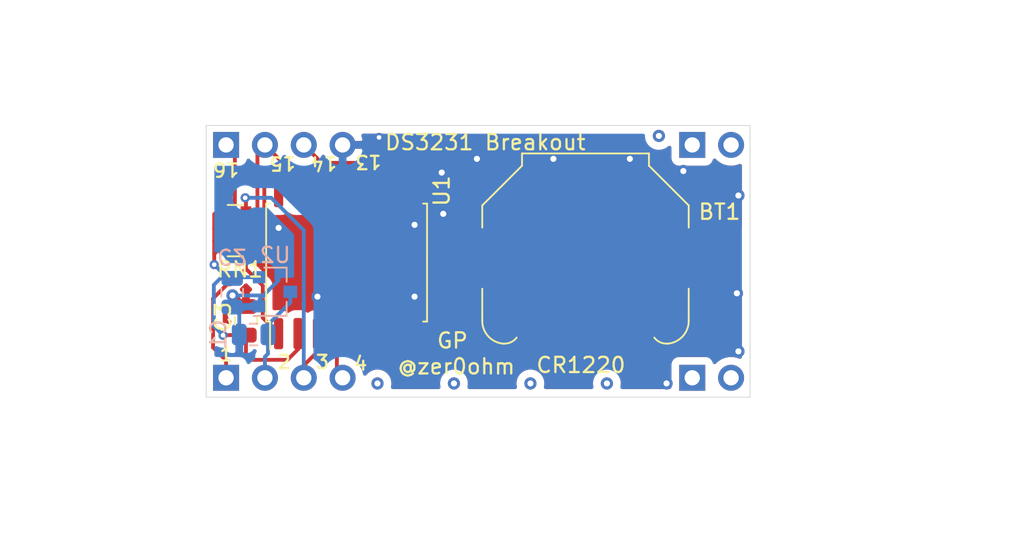
<source format=kicad_pcb>
(kicad_pcb (version 20171130) (host pcbnew "(5.1.6)-1")

  (general
    (thickness 1.6)
    (drawings 43)
    (tracks 132)
    (zones 0)
    (modules 11)
    (nets 14)
  )

  (page A4)
  (layers
    (0 F.Cu signal)
    (31 B.Cu signal)
    (32 B.Adhes user)
    (33 F.Adhes user)
    (34 B.Paste user)
    (35 F.Paste user)
    (36 B.SilkS user)
    (37 F.SilkS user)
    (38 B.Mask user)
    (39 F.Mask user)
    (40 Dwgs.User user)
    (41 Cmts.User user)
    (42 Eco1.User user)
    (43 Eco2.User user)
    (44 Edge.Cuts user)
    (45 Margin user)
    (46 B.CrtYd user)
    (47 F.CrtYd user)
    (48 B.Fab user)
    (49 F.Fab user)
  )

  (setup
    (last_trace_width 0.25)
    (user_trace_width 0.2)
    (user_trace_width 0.25)
    (trace_clearance 0.2)
    (zone_clearance 0.508)
    (zone_45_only no)
    (trace_min 0.1524)
    (via_size 0.6)
    (via_drill 0.3)
    (via_min_size 0.5)
    (via_min_drill 0.2)
    (user_via 0.9 0.5)
    (uvia_size 0.3)
    (uvia_drill 0.1)
    (uvias_allowed no)
    (uvia_min_size 0.2)
    (uvia_min_drill 0.1)
    (edge_width 0.05)
    (segment_width 0.2)
    (pcb_text_width 0.3)
    (pcb_text_size 1.5 1.5)
    (mod_edge_width 0.12)
    (mod_text_size 1 1)
    (mod_text_width 0.15)
    (pad_size 0.7 0.64)
    (pad_drill 0)
    (pad_to_mask_clearance 0.05)
    (aux_axis_origin 50 150)
    (grid_origin 50 150)
    (visible_elements 7FFFFFFF)
    (pcbplotparams
      (layerselection 0x010fc_ffffffff)
      (usegerberextensions false)
      (usegerberattributes true)
      (usegerberadvancedattributes true)
      (creategerberjobfile true)
      (excludeedgelayer true)
      (linewidth 0.150000)
      (plotframeref false)
      (viasonmask false)
      (mode 1)
      (useauxorigin false)
      (hpglpennumber 1)
      (hpglpenspeed 20)
      (hpglpendiameter 15.000000)
      (psnegative false)
      (psa4output false)
      (plotreference true)
      (plotvalue true)
      (plotinvisibletext false)
      (padsonsilk false)
      (subtractmaskfromsilk false)
      (outputformat 1)
      (mirror false)
      (drillshape 1)
      (scaleselection 1)
      (outputdirectory ""))
  )

  (net 0 "")
  (net 1 VS)
  (net 2 GND)
  (net 3 +3V3)
  (net 4 /RTC_32k)
  (net 5 /~INT)
  (net 6 /~RST)
  (net 7 +BATT)
  (net 8 /SDA)
  (net 9 /SCL)
  (net 10 "Net-(CN3-Pad1)")
  (net 11 "Net-(CN3-Pad2)")
  (net 12 "Net-(CN4-Pad2)")
  (net 13 "Net-(CN4-Pad1)")

  (net_class Default "これはデフォルトのネット クラスです。"
    (clearance 0.2)
    (trace_width 0.2)
    (via_dia 0.6)
    (via_drill 0.3)
    (uvia_dia 0.3)
    (uvia_drill 0.1)
    (add_net +3V3)
    (add_net +BATT)
    (add_net /RTC_32k)
    (add_net /SCL)
    (add_net /SDA)
    (add_net /~INT)
    (add_net /~RST)
    (add_net GND)
    (add_net "Net-(CN3-Pad1)")
    (add_net "Net-(CN3-Pad2)")
    (add_net "Net-(CN4-Pad1)")
    (add_net "Net-(CN4-Pad2)")
    (add_net VS)
  )

  (module Connector_PinHeader_2.54mm:PinHeader_1x02_P2.54mm_Vertical (layer F.Cu) (tedit 5F943AC2) (tstamp 5F93DF8C)
    (at 81.78 133.49 90)
    (descr "Through hole straight pin header, 1x02, 2.54mm pitch, single row")
    (tags "Through hole pin header THT 1x02 2.54mm single row")
    (path /5FA0AE90)
    (fp_text reference CN4 (at 0 -2.33 90) (layer F.SilkS) hide
      (effects (font (size 1 1) (thickness 0.15)))
    )
    (fp_text value Stand (at 1.79 1.17) (layer F.Fab)
      (effects (font (size 0.75 0.75) (thickness 0.1)))
    )
    (fp_line (start -0.635 -1.27) (end 1.27 -1.27) (layer F.Fab) (width 0.1))
    (fp_line (start 1.27 -1.27) (end 1.27 3.81) (layer F.Fab) (width 0.1))
    (fp_line (start 1.27 3.81) (end -1.27 3.81) (layer F.Fab) (width 0.1))
    (fp_line (start -1.27 3.81) (end -1.27 -0.635) (layer F.Fab) (width 0.1))
    (fp_line (start -1.27 -0.635) (end -0.635 -1.27) (layer F.Fab) (width 0.1))
    (fp_line (start -1.8 -1.8) (end -1.8 4.35) (layer B.CrtYd) (width 0.05))
    (fp_line (start -1.8 4.35) (end 1.8 4.35) (layer B.CrtYd) (width 0.05))
    (fp_line (start 1.8 4.35) (end 1.8 -1.8) (layer B.CrtYd) (width 0.05))
    (fp_line (start 1.8 -1.8) (end -1.8 -1.8) (layer B.CrtYd) (width 0.05))
    (fp_text user %R (at -1.86 1.27) (layer F.Fab)
      (effects (font (size 0.75 0.75) (thickness 0.1)))
    )
    (pad 1 thru_hole rect (at 0 0 90) (size 1.7 1.7) (drill 1) (layers *.Cu *.Mask)
      (net 13 "Net-(CN4-Pad1)"))
    (pad 2 thru_hole oval (at 0 2.54 180) (size 1.7 1.7) (drill 1) (layers *.Cu *.Mask)
      (net 12 "Net-(CN4-Pad2)"))
    (model ${KISYS3DMOD}/Connector_PinHeader_2.54mm.3dshapes/PinHeader_1x02_P2.54mm_Vertical.wrl
      (offset (xyz 0 0 -1.75))
      (scale (xyz 1 1 1))
      (rotate (xyz 0 -180 0))
    )
  )

  (module Connector_PinHeader_2.54mm:PinHeader_1x02_P2.54mm_Vertical (layer F.Cu) (tedit 5F943AA2) (tstamp 5F93DF76)
    (at 81.78 148.73 90)
    (descr "Through hole straight pin header, 1x02, 2.54mm pitch, single row")
    (tags "Through hole pin header THT 1x02 2.54mm single row")
    (path /5FA0892B)
    (fp_text reference CN3 (at 0 -2.33 90) (layer F.SilkS) hide
      (effects (font (size 1 1) (thickness 0.15)))
    )
    (fp_text value Stand (at -1.77 1.02) (layer F.Fab)
      (effects (font (size 0.75 0.75) (thickness 0.1)))
    )
    (fp_line (start -0.635 -1.27) (end 1.27 -1.27) (layer F.Fab) (width 0.1))
    (fp_line (start 1.27 -1.27) (end 1.27 3.81) (layer F.Fab) (width 0.1))
    (fp_line (start 1.27 3.81) (end -1.27 3.81) (layer F.Fab) (width 0.1))
    (fp_line (start -1.27 3.81) (end -1.27 -0.635) (layer F.Fab) (width 0.1))
    (fp_line (start -1.27 -0.635) (end -0.635 -1.27) (layer F.Fab) (width 0.1))
    (fp_line (start -1.8 -1.8) (end -1.8 4.35) (layer B.CrtYd) (width 0.05))
    (fp_line (start -1.8 4.35) (end 1.8 4.35) (layer B.CrtYd) (width 0.05))
    (fp_line (start 1.8 4.35) (end 1.8 -1.8) (layer B.CrtYd) (width 0.05))
    (fp_line (start 1.8 -1.8) (end -1.8 -1.8) (layer B.CrtYd) (width 0.05))
    (fp_text user %R (at 1.73 1.27) (layer F.Fab)
      (effects (font (size 0.75 0.75) (thickness 0.1)))
    )
    (pad 1 thru_hole rect (at 0 0 90) (size 1.7 1.7) (drill 1) (layers *.Cu *.Mask)
      (net 10 "Net-(CN3-Pad1)"))
    (pad 2 thru_hole oval (at 0 2.54 90) (size 1.7 1.7) (drill 1) (layers *.Cu *.Mask)
      (net 11 "Net-(CN3-Pad2)"))
    (model ${KISYS3DMOD}/Connector_PinHeader_2.54mm.3dshapes/PinHeader_1x02_P2.54mm_Vertical.wrl
      (offset (xyz 0 0 -1.75))
      (scale (xyz 1 1 1))
      (rotate (xyz 0 -180 0))
    )
  )

  (module Connector_PinHeader_2.54mm:PinHeader_1x04_P2.54mm_Vertical (layer F.Cu) (tedit 5F943A81) (tstamp 5F93DF60)
    (at 51.3 133.49 90)
    (descr "Through hole straight pin header, 1x04, 2.54mm pitch, single row")
    (tags "Through hole pin header THT 1x04 2.54mm single row")
    (path /5F99177D)
    (fp_text reference CN2 (at 0 10.1 90) (layer F.SilkS) hide
      (effects (font (size 1 1) (thickness 0.15)))
    )
    (fp_text value Conn_01x04 (at 1.89 3.95) (layer F.Fab)
      (effects (font (size 0.75 0.75) (thickness 0.1)))
    )
    (fp_line (start 1.8 -1.8) (end -1.8 -1.8) (layer B.CrtYd) (width 0.05))
    (fp_line (start 1.8 9.4) (end 1.8 -1.8) (layer B.CrtYd) (width 0.05))
    (fp_line (start -1.8 9.4) (end 1.8 9.4) (layer B.CrtYd) (width 0.05))
    (fp_line (start -1.8 -1.8) (end -1.8 9.4) (layer B.CrtYd) (width 0.05))
    (fp_line (start -1.27 -0.635) (end -0.635 -1.27) (layer F.Fab) (width 0.1))
    (fp_line (start -1.27 8.89) (end -1.27 -0.635) (layer F.Fab) (width 0.1))
    (fp_line (start 1.27 8.89) (end -1.27 8.89) (layer F.Fab) (width 0.1))
    (fp_line (start 1.27 -1.27) (end 1.27 8.89) (layer F.Fab) (width 0.1))
    (fp_line (start -0.635 -1.27) (end 1.27 -1.27) (layer F.Fab) (width 0.1))
    (fp_text user %R (at -0.01 9.5 90) (layer F.Fab)
      (effects (font (size 0.75 0.75) (thickness 0.1)))
    )
    (pad 4 thru_hole oval (at 0 7.62 90) (size 1.7 1.7) (drill 1) (layers *.Cu *.Mask)
      (net 2 GND))
    (pad 3 thru_hole oval (at 0 5.08 90) (size 1.7 1.7) (drill 1) (layers *.Cu *.Mask)
      (net 7 +BATT))
    (pad 2 thru_hole oval (at 0 2.54 90) (size 1.7 1.7) (drill 1) (layers *.Cu *.Mask)
      (net 8 /SDA))
    (pad 1 thru_hole rect (at 0 0 90) (size 1.7 1.7) (drill 1) (layers *.Cu *.Mask)
      (net 9 /SCL))
    (model ${KISYS3DMOD}/Connector_PinHeader_2.54mm.3dshapes/PinHeader_1x04_P2.54mm_Vertical.wrl
      (offset (xyz 0 0 -1.75))
      (scale (xyz 1 1 1))
      (rotate (xyz 0 180 0))
    )
  )

  (module Connector_PinHeader_2.54mm:PinHeader_1x04_P2.54mm_Vertical (layer F.Cu) (tedit 5F943A57) (tstamp 5F93DF48)
    (at 51.3 148.73 90)
    (descr "Through hole straight pin header, 1x04, 2.54mm pitch, single row")
    (tags "Through hole pin header THT 1x04 2.54mm single row")
    (path /5F9906EE)
    (fp_text reference CN1 (at 0.1 10.1 90) (layer F.SilkS) hide
      (effects (font (size 1 1) (thickness 0.15)))
    )
    (fp_text value Conn_01x04 (at -1.87 3.65 180) (layer F.Fab)
      (effects (font (size 0.75 0.75) (thickness 0.1)))
    )
    (fp_line (start -0.635 -1.27) (end 1.27 -1.27) (layer F.Fab) (width 0.1))
    (fp_line (start 1.27 -1.27) (end 1.27 8.89) (layer F.Fab) (width 0.1))
    (fp_line (start 1.27 8.89) (end -1.27 8.89) (layer F.Fab) (width 0.1))
    (fp_line (start -1.27 8.89) (end -1.27 -0.635) (layer F.Fab) (width 0.1))
    (fp_line (start -1.27 -0.635) (end -0.635 -1.27) (layer F.Fab) (width 0.1))
    (fp_line (start -1.8 -1.8) (end -1.8 9.4) (layer B.CrtYd) (width 0.05))
    (fp_line (start -1.8 9.4) (end 1.8 9.4) (layer B.CrtYd) (width 0.05))
    (fp_line (start 1.8 9.4) (end 1.8 -1.8) (layer B.CrtYd) (width 0.05))
    (fp_line (start 1.8 -1.8) (end -1.8 -1.8) (layer B.CrtYd) (width 0.05))
    (fp_text user %R (at 0.03 9.45 90) (layer F.Fab)
      (effects (font (size 0.75 0.75) (thickness 0.1)))
    )
    (pad 1 thru_hole rect (at 0 0 90) (size 1.7 1.7) (drill 1) (layers *.Cu *.Mask)
      (net 4 /RTC_32k))
    (pad 2 thru_hole oval (at 0 2.54 90) (size 1.7 1.7) (drill 1) (layers *.Cu *.Mask)
      (net 1 VS))
    (pad 3 thru_hole oval (at 0 5.08 90) (size 1.7 1.7) (drill 1) (layers *.Cu *.Mask)
      (net 5 /~INT))
    (pad 4 thru_hole oval (at 0 7.62 90) (size 1.7 1.7) (drill 1) (layers *.Cu *.Mask)
      (net 6 /~RST))
    (model ${KISYS3DMOD}/Connector_PinHeader_2.54mm.3dshapes/PinHeader_1x04_P2.54mm_Vertical.wrl
      (offset (xyz 0 0 -1.75))
      (scale (xyz 1 1 1))
      (rotate (xyz 0 -180 0))
    )
  )

  (module Battery:BatteryHolder_Keystone_3000_1x12mm (layer F.Cu) (tedit 5F93F381) (tstamp 5F945325)
    (at 74.8 140.9)
    (descr http://www.keyelco.com/product-pdf.cfm?p=777)
    (tags "Keystone type 3000 coin cell retainer")
    (attr smd)
    (fp_text reference BT1 (at 8.76 -3.03) (layer F.SilkS)
      (effects (font (size 1 1) (thickness 0.15)))
    )
    (fp_text value Keystone_3000 (at 0.04 -7.61) (layer F.Fab)
      (effects (font (size 0.75 0.75) (thickness 0.1)))
    )
    (fp_line (start -5.29 6.76) (end 5.29 6.76) (layer F.CrtYd) (width 0.05))
    (fp_line (start -4 -6.7) (end 4 -6.7) (layer F.Fab) (width 0.1))
    (fp_line (start -4 -6.7) (end -4 -6) (layer F.Fab) (width 0.1))
    (fp_line (start 4 -6.7) (end 4 -6) (layer F.Fab) (width 0.1))
    (fp_line (start -4 -6) (end -6.6 -3.4) (layer F.Fab) (width 0.1))
    (fp_line (start 4 -6) (end 6.6 -3.4) (layer F.Fab) (width 0.1))
    (fp_line (start -6.6 -3.4) (end -6.6 4.1) (layer F.Fab) (width 0.1))
    (fp_line (start 6.6 -3.4) (end 6.6 4.1) (layer F.Fab) (width 0.1))
    (fp_line (start 10.15 2.15) (end 7.25 2.15) (layer F.CrtYd) (width 0.05))
    (fp_line (start 10.15 -2.15) (end 10.15 2.15) (layer F.CrtYd) (width 0.05))
    (fp_line (start 7.25 -2.15) (end 10.15 -2.15) (layer F.CrtYd) (width 0.05))
    (fp_line (start -10.15 2.15) (end -7.25 2.15) (layer F.CrtYd) (width 0.05))
    (fp_line (start -10.15 -2.15) (end -10.15 2.15) (layer F.CrtYd) (width 0.05))
    (fp_line (start -7.25 -2.15) (end -10.15 -2.15) (layer F.CrtYd) (width 0.05))
    (fp_line (start 6.75 -3.45) (end 6.75 -2) (layer F.SilkS) (width 0.12))
    (fp_line (start 4.15 -6.05) (end 6.75 -3.45) (layer F.SilkS) (width 0.12))
    (fp_line (start 4.15 -6.85) (end 4.15 -6.05) (layer F.SilkS) (width 0.12))
    (fp_line (start -4.15 -6.85) (end 4.15 -6.85) (layer F.SilkS) (width 0.12))
    (fp_line (start -4.15 -6.05) (end -4.15 -6.85) (layer F.SilkS) (width 0.12))
    (fp_line (start -6.75 -3.45) (end -4.15 -6.05) (layer F.SilkS) (width 0.12))
    (fp_line (start -6.75 -2) (end -6.75 -3.45) (layer F.SilkS) (width 0.12))
    (fp_line (start -7.25 -2.15) (end -7.25 -3.8) (layer F.CrtYd) (width 0.05))
    (fp_line (start -7.25 -3.8) (end -4.65 -6.4) (layer F.CrtYd) (width 0.05))
    (fp_line (start -4.65 -6.4) (end -4.65 -7.35) (layer F.CrtYd) (width 0.05))
    (fp_line (start -4.65 -7.35) (end 4.65 -7.35) (layer F.CrtYd) (width 0.05))
    (fp_line (start 4.65 -6.4) (end 4.65 -7.35) (layer F.CrtYd) (width 0.05))
    (fp_line (start 7.25 -3.8) (end 4.65 -6.4) (layer F.CrtYd) (width 0.05))
    (fp_line (start 7.25 -2.15) (end 7.25 -3.8) (layer F.CrtYd) (width 0.05))
    (fp_line (start -6.75 2) (end -6.75 4.1) (layer F.SilkS) (width 0.12))
    (fp_line (start 6.75 2) (end 6.75 4.1) (layer F.SilkS) (width 0.12))
    (fp_line (start 7.25 2.15) (end 7.25 4.8) (layer F.CrtYd) (width 0.05))
    (fp_line (start -7.25 2.15) (end -7.25 4.8) (layer F.CrtYd) (width 0.05))
    (fp_circle (center 0 0) (end 0 6.25) (layer Dwgs.User) (width 0.15))
    (fp_arc (start -5.25 4.1) (end -5.3 5.45) (angle 90) (layer F.Fab) (width 0.1))
    (fp_arc (start 5.25 4.1) (end 5.3 5.45) (angle -90) (layer F.Fab) (width 0.1))
    (fp_arc (start -5.25 4.1) (end -5.3 5.6) (angle 90) (layer F.SilkS) (width 0.12))
    (fp_arc (start 5.25 4.1) (end 5.3 5.6) (angle -90) (layer F.SilkS) (width 0.12))
    (fp_arc (start -5.29 4.8) (end -5.29 6.76) (angle 90) (layer F.CrtYd) (width 0.05))
    (fp_arc (start 0 8.9) (end -4.6 5.1) (angle 101) (layer F.Fab) (width 0.1))
    (fp_arc (start -5.29 4.6) (end -4.6 5.1) (angle 60) (layer F.Fab) (width 0.1))
    (fp_arc (start 5.29 4.6) (end 4.6 5.1) (angle -60) (layer F.Fab) (width 0.1))
    (fp_arc (start -5.29 4.6) (end -4.5 5.2) (angle 60) (layer F.SilkS) (width 0.12))
    (fp_arc (start 5.29 4.6) (end 4.5 5.2) (angle -60) (layer F.SilkS) (width 0.12))
    (fp_arc (start 5.29 4.8) (end 5.29 6.76) (angle -90) (layer F.CrtYd) (width 0.05))
    (fp_text user %R (at 0 0) (layer F.Fab)
      (effects (font (size 1 1) (thickness 0.15)))
    )
    (pad 2 smd circle (at 0 0) (size 10.2 10.2) (layers F.Cu F.Mask)
      (net 2 GND))
    (pad 1 smd rect (at 7.9 0) (size 3.5 3.3) (layers F.Cu F.Paste F.Mask)
      (net 7 +BATT))
    (pad 1 smd rect (at -7.9 0) (size 3.5 3.3) (layers F.Cu F.Paste F.Mask)
      (net 7 +BATT))
    (model ${KISYS3DMOD}/Battery.3dshapes/BatteryHolder_Keystone_3000_1x12mm.wrl
      (at (xyz 0 0 0))
      (scale (xyz 1 1 1))
      (rotate (xyz 0 0 0))
    )
  )

  (module Capacitor_SMD:C_0805_2012Metric (layer B.Cu) (tedit 5B36C52B) (tstamp 5F93DF0E)
    (at 53.1 145.9 180)
    (descr "Capacitor SMD 0805 (2012 Metric), square (rectangular) end terminal, IPC_7351 nominal, (Body size source: https://docs.google.com/spreadsheets/d/1BsfQQcO9C6DZCsRaXUlFlo91Tg2WpOkGARC1WS5S8t0/edit?usp=sharing), generated with kicad-footprint-generator")
    (tags capacitor)
    (path /5F984ED7)
    (attr smd)
    (fp_text reference C1 (at 2.3 0 90 unlocked) (layer B.SilkS)
      (effects (font (size 1 1) (thickness 0.15)) (justify mirror))
    )
    (fp_text value 1u (at 2 0 90) (layer B.Fab)
      (effects (font (size 0.75 0.75) (thickness 0.1)))
    )
    (fp_line (start -1 -0.6) (end -1 0.6) (layer B.Fab) (width 0.1))
    (fp_line (start -1 0.6) (end 1 0.6) (layer B.Fab) (width 0.1))
    (fp_line (start 1 0.6) (end 1 -0.6) (layer B.Fab) (width 0.1))
    (fp_line (start 1 -0.6) (end -1 -0.6) (layer B.Fab) (width 0.1))
    (fp_line (start -0.258578 0.71) (end 0.258578 0.71) (layer B.SilkS) (width 0.12))
    (fp_line (start -0.258578 -0.71) (end 0.258578 -0.71) (layer B.SilkS) (width 0.12))
    (fp_line (start -1.68 -0.95) (end -1.68 0.95) (layer B.CrtYd) (width 0.05))
    (fp_line (start -1.68 0.95) (end 1.68 0.95) (layer B.CrtYd) (width 0.05))
    (fp_line (start 1.68 0.95) (end 1.68 -0.95) (layer B.CrtYd) (width 0.05))
    (fp_line (start 1.68 -0.95) (end -1.68 -0.95) (layer B.CrtYd) (width 0.05))
    (fp_text user %R (at 0 -1.15 unlocked) (layer B.Fab)
      (effects (font (size 0.75 0.75) (thickness 0.1)))
    )
    (pad 1 smd roundrect (at -0.9375 0 180) (size 0.975 1.4) (layers B.Cu B.Paste B.Mask) (roundrect_rratio 0.25)
      (net 1 VS))
    (pad 2 smd roundrect (at 0.9375 0 180) (size 0.975 1.4) (layers B.Cu B.Paste B.Mask) (roundrect_rratio 0.25)
      (net 2 GND))
    (model ${KISYS3DMOD}/Capacitor_SMD.3dshapes/C_0805_2012Metric.wrl
      (at (xyz 0 0 0))
      (scale (xyz 1 1 1))
      (rotate (xyz 0 0 0))
    )
  )

  (module Capacitor_SMD:C_0805_2012Metric (layer B.Cu) (tedit 5B36C52B) (tstamp 5F93DF1F)
    (at 51.7 143.1625 270)
    (descr "Capacitor SMD 0805 (2012 Metric), square (rectangular) end terminal, IPC_7351 nominal, (Body size source: https://docs.google.com/spreadsheets/d/1BsfQQcO9C6DZCsRaXUlFlo91Tg2WpOkGARC1WS5S8t0/edit?usp=sharing), generated with kicad-footprint-generator")
    (tags capacitor)
    (path /5F9835B5)
    (attr smd)
    (fp_text reference C2 (at -2.3625 0 180 unlocked) (layer B.SilkS)
      (effects (font (size 1 1) (thickness 0.15)) (justify mirror))
    )
    (fp_text value 1u (at -1.9625 0) (layer B.Fab)
      (effects (font (size 0.75 0.75) (thickness 0.1)))
    )
    (fp_line (start 1.68 -0.95) (end -1.68 -0.95) (layer B.CrtYd) (width 0.05))
    (fp_line (start 1.68 0.95) (end 1.68 -0.95) (layer B.CrtYd) (width 0.05))
    (fp_line (start -1.68 0.95) (end 1.68 0.95) (layer B.CrtYd) (width 0.05))
    (fp_line (start -1.68 -0.95) (end -1.68 0.95) (layer B.CrtYd) (width 0.05))
    (fp_line (start -0.258578 -0.71) (end 0.258578 -0.71) (layer B.SilkS) (width 0.12))
    (fp_line (start -0.258578 0.71) (end 0.258578 0.71) (layer B.SilkS) (width 0.12))
    (fp_line (start 1 -0.6) (end -1 -0.6) (layer B.Fab) (width 0.1))
    (fp_line (start 1 0.6) (end 1 -0.6) (layer B.Fab) (width 0.1))
    (fp_line (start -1 0.6) (end 1 0.6) (layer B.Fab) (width 0.1))
    (fp_line (start -1 -0.6) (end -1 0.6) (layer B.Fab) (width 0.1))
    (fp_text user %R (at 0 1.15 270 unlocked) (layer B.Fab)
      (effects (font (size 0.75 0.75) (thickness 0.1)))
    )
    (pad 2 smd roundrect (at 0.9375 0 270) (size 0.975 1.4) (layers B.Cu B.Paste B.Mask) (roundrect_rratio 0.25)
      (net 2 GND))
    (pad 1 smd roundrect (at -0.9375 0 270) (size 0.975 1.4) (layers B.Cu B.Paste B.Mask) (roundrect_rratio 0.25)
      (net 3 +3V3))
    (model ${KISYS3DMOD}/Capacitor_SMD.3dshapes/C_0805_2012Metric.wrl
      (at (xyz 0 0 0))
      (scale (xyz 1 1 1))
      (rotate (xyz 0 0 0))
    )
  )

  (module Capacitor_SMD:C_0805_2012Metric (layer F.Cu) (tedit 5B36C52B) (tstamp 5F93DF30)
    (at 52.6 145 90)
    (descr "Capacitor SMD 0805 (2012 Metric), square (rectangular) end terminal, IPC_7351 nominal, (Body size source: https://docs.google.com/spreadsheets/d/1BsfQQcO9C6DZCsRaXUlFlo91Tg2WpOkGARC1WS5S8t0/edit?usp=sharing), generated with kicad-footprint-generator")
    (tags capacitor)
    (path /5F98187E)
    (attr smd)
    (fp_text reference C3 (at 0.25 -1.5 90) (layer F.SilkS)
      (effects (font (size 1 1) (thickness 0.15)))
    )
    (fp_text value 0.1u (at 0 -1.15 90) (layer F.Fab)
      (effects (font (size 0.75 0.75) (thickness 0.1)))
    )
    (fp_line (start -1 0.6) (end -1 -0.6) (layer F.Fab) (width 0.1))
    (fp_line (start -1 -0.6) (end 1 -0.6) (layer F.Fab) (width 0.1))
    (fp_line (start 1 -0.6) (end 1 0.6) (layer F.Fab) (width 0.1))
    (fp_line (start 1 0.6) (end -1 0.6) (layer F.Fab) (width 0.1))
    (fp_line (start -0.258578 -0.71) (end 0.258578 -0.71) (layer F.SilkS) (width 0.12))
    (fp_line (start -0.258578 0.71) (end 0.258578 0.71) (layer F.SilkS) (width 0.12))
    (fp_line (start -1.68 0.95) (end -1.68 -0.95) (layer F.CrtYd) (width 0.05))
    (fp_line (start -1.68 -0.95) (end 1.68 -0.95) (layer F.CrtYd) (width 0.05))
    (fp_line (start 1.68 -0.95) (end 1.68 0.95) (layer F.CrtYd) (width 0.05))
    (fp_line (start 1.68 0.95) (end -1.68 0.95) (layer F.CrtYd) (width 0.05))
    (fp_text user %R (at 0 0 90) (layer F.Fab)
      (effects (font (size 0.5 0.5) (thickness 0.08)))
    )
    (pad 1 smd roundrect (at -0.9375 0 90) (size 0.975 1.4) (layers F.Cu F.Paste F.Mask) (roundrect_rratio 0.25)
      (net 3 +3V3))
    (pad 2 smd roundrect (at 0.9375 0 90) (size 0.975 1.4) (layers F.Cu F.Paste F.Mask) (roundrect_rratio 0.25)
      (net 2 GND))
    (model ${KISYS3DMOD}/Capacitor_SMD.3dshapes/C_0805_2012Metric.wrl
      (at (xyz 0 0 0))
      (scale (xyz 1 1 1))
      (rotate (xyz 0 0 0))
    )
  )

  (module Resistor_SMD:R_Array_Convex_4x0612 (layer F.Cu) (tedit 5F943989) (tstamp 5F93DFA3)
    (at 51.9 139.1)
    (descr "Precision Thin Film Chip Resistor Array, VISHAY (see http://www.vishay.com/docs/28770/acasat.pdf)")
    (tags "resistor array")
    (path /5F55E38F)
    (attr smd)
    (fp_text reference RN1 (at 0.3 2.55) (layer F.SilkS)
      (effects (font (size 1 1) (thickness 0.15)))
    )
    (fp_text value 10k (at 0 2.15) (layer F.Fab)
      (effects (font (size 0.75 0.75) (thickness 0.1)))
    )
    (fp_line (start 1.3 1.85) (end -1.3 1.85) (layer F.CrtYd) (width 0.05))
    (fp_line (start 1.3 1.85) (end 1.3 -1.85) (layer F.CrtYd) (width 0.05))
    (fp_line (start -1.3 -1.85) (end -1.3 1.85) (layer F.CrtYd) (width 0.05))
    (fp_line (start -1.3 -1.85) (end 1.3 -1.85) (layer F.CrtYd) (width 0.05))
    (fp_line (start 0.5 -1.68) (end -0.5 -1.68) (layer F.SilkS) (width 0.12))
    (fp_line (start 0.5 1.68) (end -0.5 1.68) (layer F.SilkS) (width 0.12))
    (fp_line (start -0.8 1.6) (end -0.8 -1.6) (layer F.Fab) (width 0.1))
    (fp_line (start 0.8 1.6) (end -0.8 1.6) (layer F.Fab) (width 0.1))
    (fp_line (start 0.8 -1.6) (end 0.8 1.6) (layer F.Fab) (width 0.1))
    (fp_line (start -0.8 -1.6) (end 0.8 -1.6) (layer F.Fab) (width 0.1))
    (fp_text user %R (at 0 0 90) (layer F.Fab)
      (effects (font (size 0.5 0.5) (thickness 0.075)))
    )
    (pad 5 smd rect (at 0.7 1.27) (size 0.7 0.64) (layers F.Cu F.Paste F.Mask)
      (net 4 /RTC_32k))
    (pad 6 smd rect (at 0.7 0.4) (size 0.7 0.5) (layers F.Cu F.Paste F.Mask)
      (net 9 /SCL))
    (pad 8 smd rect (at 0.7 -1.27) (size 0.7 0.64) (layers F.Cu F.Paste F.Mask)
      (net 5 /~INT))
    (pad 7 smd rect (at 0.7 -0.4) (size 0.7 0.5) (layers F.Cu F.Paste F.Mask)
      (net 8 /SDA))
    (pad 4 smd rect (at -0.7 1.27) (size 0.7 0.64) (layers F.Cu F.Paste F.Mask)
      (net 3 +3V3))
    (pad 2 smd rect (at -0.7 -0.4) (size 0.7 0.5) (layers F.Cu F.Paste F.Mask)
      (net 3 +3V3))
    (pad 3 smd rect (at -0.7 0.4) (size 0.7 0.5) (layers F.Cu F.Paste F.Mask)
      (net 3 +3V3))
    (pad 1 smd rect (at -0.7 -1.27) (size 0.7 0.64) (layers F.Cu F.Paste F.Mask)
      (net 3 +3V3))
    (model ${KISYS3DMOD}/Resistor_SMD.3dshapes/R_Array_Convex_4x0603.wrl
      (at (xyz 0 0 0))
      (scale (xyz 1 1 1))
      (rotate (xyz 0 0 0))
    )
  )

  (module Package_SO:SOIC-16W_7.5x10.3mm_P1.27mm (layer F.Cu) (tedit 5D9F72B1) (tstamp 5F93DFCA)
    (at 59.18 141.19 90)
    (descr "SOIC, 16 Pin (JEDEC MS-013AA, https://www.analog.com/media/en/package-pcb-resources/package/pkg_pdf/soic_wide-rw/rw_16.pdf), generated with kicad-footprint-generator ipc_gullwing_generator.py")
    (tags "SOIC SO")
    (path /5F26AA8E)
    (attr smd)
    (fp_text reference U1 (at 4.69 6.22 90) (layer F.SilkS)
      (effects (font (size 1 1) (thickness 0.15)))
    )
    (fp_text value DS3231S (at 0 1.82 90) (layer F.Fab)
      (effects (font (size 0.75 0.75) (thickness 0.1)))
    )
    (fp_line (start 0 5.26) (end 3.86 5.26) (layer F.SilkS) (width 0.12))
    (fp_line (start 3.86 5.26) (end 3.86 5.005) (layer F.SilkS) (width 0.12))
    (fp_line (start 0 5.26) (end -3.86 5.26) (layer F.SilkS) (width 0.12))
    (fp_line (start -3.86 5.26) (end -3.86 5.005) (layer F.SilkS) (width 0.12))
    (fp_line (start 0 -5.26) (end 3.86 -5.26) (layer F.SilkS) (width 0.12))
    (fp_line (start 3.86 -5.26) (end 3.86 -5.005) (layer F.SilkS) (width 0.12))
    (fp_line (start 0 -5.26) (end -3.86 -5.26) (layer F.SilkS) (width 0.12))
    (fp_line (start -3.86 -5.26) (end -3.86 -5.005) (layer F.SilkS) (width 0.12))
    (fp_line (start -3.86 -5.005) (end -5.675 -5.005) (layer F.SilkS) (width 0.12))
    (fp_line (start -2.75 -5.15) (end 3.75 -5.15) (layer F.Fab) (width 0.1))
    (fp_line (start 3.75 -5.15) (end 3.75 5.15) (layer F.Fab) (width 0.1))
    (fp_line (start 3.75 5.15) (end -3.75 5.15) (layer F.Fab) (width 0.1))
    (fp_line (start -3.75 5.15) (end -3.75 -4.15) (layer F.Fab) (width 0.1))
    (fp_line (start -3.75 -4.15) (end -2.75 -5.15) (layer F.Fab) (width 0.1))
    (fp_line (start -5.93 -5.4) (end -5.93 5.4) (layer F.CrtYd) (width 0.05))
    (fp_line (start -5.93 5.4) (end 5.93 5.4) (layer F.CrtYd) (width 0.05))
    (fp_line (start 5.93 5.4) (end 5.93 -5.4) (layer F.CrtYd) (width 0.05))
    (fp_line (start 5.93 -5.4) (end -5.93 -5.4) (layer F.CrtYd) (width 0.05))
    (fp_text user %R (at 0 0 90) (layer F.Fab)
      (effects (font (size 0.75 0.75) (thickness 0.1)))
    )
    (pad 1 smd roundrect (at -4.65 -4.445 90) (size 2.05 0.6) (layers F.Cu F.Paste F.Mask) (roundrect_rratio 0.25)
      (net 4 /RTC_32k))
    (pad 2 smd roundrect (at -4.65 -3.175 90) (size 2.05 0.6) (layers F.Cu F.Paste F.Mask) (roundrect_rratio 0.25)
      (net 3 +3V3))
    (pad 3 smd roundrect (at -4.65 -1.905 90) (size 2.05 0.6) (layers F.Cu F.Paste F.Mask) (roundrect_rratio 0.25)
      (net 5 /~INT))
    (pad 4 smd roundrect (at -4.65 -0.635 90) (size 2.05 0.6) (layers F.Cu F.Paste F.Mask) (roundrect_rratio 0.25)
      (net 6 /~RST))
    (pad 5 smd roundrect (at -4.65 0.635 90) (size 2.05 0.6) (layers F.Cu F.Paste F.Mask) (roundrect_rratio 0.25)
      (net 2 GND))
    (pad 6 smd roundrect (at -4.65 1.905 90) (size 2.05 0.6) (layers F.Cu F.Paste F.Mask) (roundrect_rratio 0.25)
      (net 2 GND))
    (pad 7 smd roundrect (at -4.65 3.175 90) (size 2.05 0.6) (layers F.Cu F.Paste F.Mask) (roundrect_rratio 0.25)
      (net 2 GND))
    (pad 8 smd roundrect (at -4.65 4.445 90) (size 2.05 0.6) (layers F.Cu F.Paste F.Mask) (roundrect_rratio 0.25)
      (net 2 GND))
    (pad 9 smd roundrect (at 4.65 4.445 90) (size 2.05 0.6) (layers F.Cu F.Paste F.Mask) (roundrect_rratio 0.25)
      (net 2 GND))
    (pad 10 smd roundrect (at 4.65 3.175 90) (size 2.05 0.6) (layers F.Cu F.Paste F.Mask) (roundrect_rratio 0.25)
      (net 2 GND))
    (pad 11 smd roundrect (at 4.65 1.905 90) (size 2.05 0.6) (layers F.Cu F.Paste F.Mask) (roundrect_rratio 0.25)
      (net 2 GND))
    (pad 12 smd roundrect (at 4.65 0.635 90) (size 2.05 0.6) (layers F.Cu F.Paste F.Mask) (roundrect_rratio 0.25)
      (net 2 GND))
    (pad 13 smd roundrect (at 4.65 -0.635 90) (size 2.05 0.6) (layers F.Cu F.Paste F.Mask) (roundrect_rratio 0.25)
      (net 2 GND))
    (pad 14 smd roundrect (at 4.65 -1.905 90) (size 2.05 0.6) (layers F.Cu F.Paste F.Mask) (roundrect_rratio 0.25)
      (net 7 +BATT))
    (pad 15 smd roundrect (at 4.65 -3.175 90) (size 2.05 0.6) (layers F.Cu F.Paste F.Mask) (roundrect_rratio 0.25)
      (net 8 /SDA))
    (pad 16 smd roundrect (at 4.65 -4.445 90) (size 2.05 0.6) (layers F.Cu F.Paste F.Mask) (roundrect_rratio 0.25)
      (net 9 /SCL))
    (model ${KISYS3DMOD}/Package_SO.3dshapes/SOIC-16W_7.5x10.3mm_P1.27mm.wrl
      (at (xyz 0 0 0))
      (scale (xyz 1 1 1))
      (rotate (xyz 0 0 0))
    )
  )

  (module Package_TO_SOT_SMD:SOT-23 (layer B.Cu) (tedit 5A02FF57) (tstamp 5F93DFDF)
    (at 54.5 143.1)
    (descr "SOT-23, Standard")
    (tags SOT-23)
    (path /5F96F1E9)
    (attr smd)
    (fp_text reference U2 (at 0.01 -2.4 -180) (layer B.SilkS)
      (effects (font (size 1 1) (thickness 0.15)) (justify mirror))
    )
    (fp_text value MCP1703AT (at 2.2 0 90) (layer B.Fab)
      (effects (font (size 0.75 0.75) (thickness 0.1)))
    )
    (fp_line (start -0.7 0.95) (end -0.7 -1.5) (layer B.Fab) (width 0.1))
    (fp_line (start -0.15 1.52) (end 0.7 1.52) (layer B.Fab) (width 0.1))
    (fp_line (start -0.7 0.95) (end -0.15 1.52) (layer B.Fab) (width 0.1))
    (fp_line (start 0.7 1.52) (end 0.7 -1.52) (layer B.Fab) (width 0.1))
    (fp_line (start -0.7 -1.52) (end 0.7 -1.52) (layer B.Fab) (width 0.1))
    (fp_line (start 0.76 -1.58) (end 0.76 -0.65) (layer B.SilkS) (width 0.12))
    (fp_line (start 0.76 1.58) (end 0.76 0.65) (layer B.SilkS) (width 0.12))
    (fp_line (start -1.7 1.75) (end 1.7 1.75) (layer B.CrtYd) (width 0.05))
    (fp_line (start 1.7 1.75) (end 1.7 -1.75) (layer B.CrtYd) (width 0.05))
    (fp_line (start 1.7 -1.75) (end -1.7 -1.75) (layer B.CrtYd) (width 0.05))
    (fp_line (start -1.7 -1.75) (end -1.7 1.75) (layer B.CrtYd) (width 0.05))
    (fp_line (start 0.76 1.58) (end -1.4 1.58) (layer B.SilkS) (width 0.12))
    (fp_line (start 0.76 -1.58) (end -0.7 -1.58) (layer B.SilkS) (width 0.12))
    (fp_text user %R (at 0 0 -90 unlocked) (layer B.Fab)
      (effects (font (size 0.75 0.75) (thickness 0.1)))
    )
    (pad 1 smd rect (at -1 0.95) (size 0.9 0.8) (layers B.Cu B.Paste B.Mask)
      (net 2 GND))
    (pad 2 smd rect (at -1 -0.95) (size 0.9 0.8) (layers B.Cu B.Paste B.Mask)
      (net 3 +3V3))
    (pad 3 smd rect (at 1 0) (size 0.9 0.8) (layers B.Cu B.Paste B.Mask)
      (net 1 VS))
    (model ${KISYS3DMOD}/Package_TO_SOT_SMD.3dshapes/SOT-23.wrl
      (at (xyz 0 0 0))
      (scale (xyz 1 1 1))
      (rotate (xyz 0 0 0))
    )
  )

  (gr_text SDA (at 95.65 144.55) (layer F.Fab) (tstamp 5F942B5D)
    (effects (font (size 1 1) (thickness 0.15)))
  )
  (gr_text 14: (at 92.3 142.9) (layer F.Fab) (tstamp 5F942B5C)
    (effects (font (size 1 1) (thickness 0.15)))
  )
  (gr_text SCL (at 95.65 146.4) (layer F.Fab) (tstamp 5F942B5B)
    (effects (font (size 1 1) (thickness 0.15)))
  )
  (gr_text VBAT (at 95.95 142.9) (layer F.Fab) (tstamp 5F942B5A)
    (effects (font (size 1 1) (thickness 0.15)))
  )
  (gr_text 15: (at 92.3 144.55) (layer F.Fab) (tstamp 5F942B59)
    (effects (font (size 1 1) (thickness 0.15)))
  )
  (gr_text 16: (at 92.3 146.4) (layer F.Fab) (tstamp 5F942B58)
    (effects (font (size 1 1) (thickness 0.15)))
  )
  (gr_text GND (at 95.65 141.4) (layer F.Fab) (tstamp 5F942B57)
    (effects (font (size 1 1) (thickness 0.15)))
  )
  (gr_text 13: (at 92.3 141.4) (layer F.Fab) (tstamp 5F942B56)
    (effects (font (size 1 1) (thickness 0.15)))
  )
  (gr_text 4: (at 92.8 139.4) (layer F.Fab) (tstamp 5F942A3D)
    (effects (font (size 1 1) (thickness 0.15)))
  )
  (gr_text ~RST (at 95.65 139.4) (layer F.Fab) (tstamp 5F942A3C)
    (effects (font (size 1 1) (thickness 0.15)))
  )
  (gr_text ~INT~/SQW (at 97.55 137.55) (layer F.Fab) (tstamp 5F942A3B)
    (effects (font (size 1 1) (thickness 0.15)))
  )
  (gr_text 3: (at 92.8 137.55) (layer F.Fab) (tstamp 5F942A3A)
    (effects (font (size 1 1) (thickness 0.15)))
  )
  (gr_text Vcc (at 95.5 135.9) (layer F.Fab)
    (effects (font (size 1 1) (thickness 0.15)))
  )
  (gr_text 32kHz (at 96.45 134.4) (layer F.Fab)
    (effects (font (size 1 1) (thickness 0.15)))
  )
  (gr_text 2: (at 92.8 135.9) (layer F.Fab)
    (effects (font (size 1 1) (thickness 0.15)))
  )
  (gr_text 1: (at 92.8 134.4) (layer F.Fab)
    (effects (font (size 1 1) (thickness 0.15)))
  )
  (gr_text PinOut: (at 94.2 132.6) (layer F.Fab) (tstamp 5F9429AA)
    (effects (font (size 1 1) (thickness 0.15)))
  )
  (gr_text 1 (at 51.3 146.95) (layer F.Fab) (tstamp 5F949922)
    (effects (font (size 0.75 0.75) (thickness 0.1)))
  )
  (gr_text 16 (at 51.3 135.25 180) (layer F.Fab) (tstamp 5F9498FA)
    (effects (font (size 0.75 0.75) (thickness 0.1)))
  )
  (gr_text "Note: GP is \"GND-Plane\"(If necessary blocking noise, soldering Copper Tape to here.)" (at 70 158.7) (layer F.Fab)
    (effects (font (size 1 1) (thickness 0.15)))
  )
  (gr_text GP (at 66.1 146.3) (layer F.SilkS)
    (effects (font (size 1 1) (thickness 0.15)))
  )
  (gr_text "Bottom View" (at 54.2 156) (layer B.Fab) (tstamp 5F948CBA)
    (effects (font (size 1 1) (thickness 0.15)))
  )
  (gr_text "Unit: mm" (at 86 125) (layer F.Fab)
    (effects (font (size 1.25 1.25) (thickness 0.15)))
  )
  (gr_text "Top View" (at 53 156) (layer F.Fab)
    (effects (font (size 1 1) (thickness 0.15)))
  )
  (dimension 15.24 (width 0.1) (layer F.Fab)
    (gr_text 15.24 (at 89.25 141.11 90) (layer F.Fab)
      (effects (font (size 1 1) (thickness 0.15)))
    )
    (feature1 (pts (xy 84.32 148.73) (xy 88.586421 148.73)))
    (feature2 (pts (xy 84.32 133.49) (xy 88.586421 133.49)))
    (crossbar (pts (xy 88 133.49) (xy 88 148.73)))
    (arrow1a (pts (xy 88 148.73) (xy 87.413579 147.603496)))
    (arrow1b (pts (xy 88 148.73) (xy 88.586421 147.603496)))
    (arrow2a (pts (xy 88 133.49) (xy 87.413579 134.616504)))
    (arrow2b (pts (xy 88 133.49) (xy 88.586421 134.616504)))
  )
  (dimension 33.02 (width 0.1) (layer F.Fab)
    (gr_text 33.02 (at 67.81 154.269575) (layer F.Fab)
      (effects (font (size 1 1) (thickness 0.15)))
    )
    (feature1 (pts (xy 51.3 148.73) (xy 51.3 153.605996)))
    (feature2 (pts (xy 84.32 148.73) (xy 84.32 153.605996)))
    (crossbar (pts (xy 84.32 153.019575) (xy 51.3 153.019575)))
    (arrow1a (pts (xy 51.3 153.019575) (xy 52.426504 152.433154)))
    (arrow1b (pts (xy 51.3 153.019575) (xy 52.426504 153.605996)))
    (arrow2a (pts (xy 84.32 153.019575) (xy 83.193496 152.433154)))
    (arrow2b (pts (xy 84.32 153.019575) (xy 83.193496 153.605996)))
  )
  (dimension 17.78 (width 0.1) (layer F.Fab)
    (gr_text 17.78 (at 45.75 141.11 90) (layer F.Fab)
      (effects (font (size 1 1) (thickness 0.15)))
    )
    (feature1 (pts (xy 50 150) (xy 46.413579 150)))
    (feature2 (pts (xy 50 132.22) (xy 46.413579 132.22)))
    (crossbar (pts (xy 47 132.22) (xy 47 150)))
    (arrow1a (pts (xy 47 150) (xy 46.413579 148.873496)))
    (arrow1b (pts (xy 47 150) (xy 47.586421 148.873496)))
    (arrow2a (pts (xy 47 132.22) (xy 46.413579 133.346504)))
    (arrow2b (pts (xy 47 132.22) (xy 47.586421 133.346504)))
  )
  (dimension 35.56 (width 0.1) (layer F.Fab)
    (gr_text 35.56 (at 67.81 127.75) (layer F.Fab)
      (effects (font (size 1 1) (thickness 0.15)))
    )
    (feature1 (pts (xy 85.59 132.22) (xy 85.59 128.413579)))
    (feature2 (pts (xy 50.03 132.22) (xy 50.03 128.413579)))
    (crossbar (pts (xy 50.03 129) (xy 85.59 129)))
    (arrow1a (pts (xy 85.59 129) (xy 84.463496 129.586421)))
    (arrow1b (pts (xy 85.59 129) (xy 84.463496 128.413579)))
    (arrow2a (pts (xy 50.03 129) (xy 51.156504 129.586421)))
    (arrow2b (pts (xy 50.03 129) (xy 51.156504 128.413579)))
  )
  (gr_text @zer0ohm (at 66.35 147.99) (layer F.SilkS)
    (effects (font (size 1 1) (thickness 0.15)))
  )
  (gr_text "DS3231 Breakout" (at 68.25 133.32) (layer F.SilkS)
    (effects (font (size 1 1) (thickness 0.15)))
  )
  (gr_text 15 (at 55 134.7 180) (layer F.SilkS)
    (effects (font (size 0.875 0.875) (thickness 0.15)))
  )
  (gr_text 14 (at 57.7 134.7 180) (layer F.SilkS)
    (effects (font (size 0.875 0.875) (thickness 0.15)))
  )
  (gr_text 13 (at 60.6 134.6 180) (layer F.SilkS)
    (effects (font (size 0.875 0.875) (thickness 0.15)))
  )
  (gr_text 16 (at 51.3 135.1 180) (layer F.SilkS)
    (effects (font (size 0.875 0.875) (thickness 0.15)))
  )
  (gr_text 4 (at 60.1 147.8) (layer F.SilkS) (tstamp 5F946041)
    (effects (font (size 0.875 0.875) (thickness 0.15)))
  )
  (gr_text 3 (at 57.6 147.7) (layer F.SilkS) (tstamp 5F945FD7)
    (effects (font (size 0.875 0.875) (thickness 0.15)))
  )
  (gr_text 2 (at 55.1 147.7) (layer F.SilkS) (tstamp 5F945F6F)
    (effects (font (size 0.875 0.875) (thickness 0.15)))
  )
  (gr_text 1 (at 51.3 147.2) (layer F.SilkS)
    (effects (font (size 0.875 0.875) (thickness 0.15)))
  )
  (gr_text CR1220 (at 74.5 147.9) (layer F.SilkS)
    (effects (font (size 1 1) (thickness 0.15)))
  )
  (gr_line (start 85.56 150) (end 85.56 132.22) (layer Edge.Cuts) (width 0.05) (tstamp 5F93D695))
  (gr_line (start 85.56 132.22) (end 50 132.22) (layer Edge.Cuts) (width 0.05) (tstamp 5F93D690))
  (gr_line (start 50 150) (end 50 132.22) (layer Edge.Cuts) (width 0.05))
  (gr_line (start 50 150) (end 85.56 150) (layer Edge.Cuts) (width 0.05))

  (via (at 66.2 149.1) (size 0.8) (drill 0.4) (layers F.Cu B.Cu) (net 0))
  (via (at 61.2 149.1) (size 0.8) (drill 0.4) (layers F.Cu B.Cu) (net 0))
  (via (at 71.2 149.1) (size 0.8) (drill 0.4) (layers F.Cu B.Cu) (net 0) (tstamp 5F94917B))
  (via (at 76.2 149.1) (size 0.8) (drill 0.4) (layers F.Cu B.Cu) (net 0))
  (via (at 79.6 132.9) (size 0.8) (drill 0.4) (layers F.Cu B.Cu) (net 0))
  (segment (start 54.0375 145.9) (end 54.0375 147.1625) (width 0.25) (layer B.Cu) (net 1))
  (segment (start 53.84 147.36) (end 53.84 148.73) (width 0.25) (layer B.Cu) (net 1))
  (segment (start 54.0375 147.1625) (end 53.84 147.36) (width 0.25) (layer B.Cu) (net 1))
  (segment (start 55.5 143.1) (end 55.5 143.3) (width 0.25) (layer B.Cu) (net 1))
  (segment (start 54.0375 145.9) (end 54.0375 145.2625) (width 0.25) (layer B.Cu) (net 1))
  (segment (start 55.5 143.8) (end 55.5 143.1) (width 0.25) (layer B.Cu) (net 1))
  (segment (start 54.0375 145.2625) (end 55.5 143.8) (width 0.25) (layer B.Cu) (net 1))
  (segment (start 51.75 144.05) (end 51.7 144.1) (width 0.25) (layer B.Cu) (net 2))
  (segment (start 53.5 144.05) (end 51.75 144.05) (width 0.25) (layer B.Cu) (net 2))
  (via (at 51.72 143.34) (size 0.8) (drill 0.4) (layers F.Cu B.Cu) (net 2))
  (segment (start 51.72 144.08) (end 51.7 144.1) (width 0.25) (layer B.Cu) (net 2))
  (segment (start 51.72 143.34) (end 51.72 144.08) (width 0.25) (layer B.Cu) (net 2))
  (via (at 54.735 138.92) (size 0.8) (drill 0.4) (layers F.Cu B.Cu) (net 2))
  (via (at 63.625 138.72) (size 0.8) (drill 0.4) (layers F.Cu B.Cu) (net 2))
  (via (at 63.625 143.42) (size 0.8) (drill 0.4) (layers F.Cu B.Cu) (net 2))
  (via (at 57.275 143.42) (size 0.8) (drill 0.4) (layers F.Cu B.Cu) (net 2))
  (segment (start 53.5 143.58) (end 54.724999 142.355001) (width 0.25) (layer B.Cu) (net 2))
  (segment (start 53.5 144.05) (end 53.5 143.58) (width 0.25) (layer B.Cu) (net 2))
  (segment (start 54.724999 138.930001) (end 54.735 138.92) (width 0.25) (layer B.Cu) (net 2))
  (segment (start 54.724999 142.355001) (end 54.724999 138.930001) (width 0.25) (layer B.Cu) (net 2))
  (segment (start 52.1625 144.5625) (end 51.7 144.1) (width 0.25) (layer B.Cu) (net 2))
  (segment (start 52.1625 145.9) (end 52.1625 144.5625) (width 0.25) (layer B.Cu) (net 2))
  (via (at 65.4 135.3) (size 0.8) (drill 0.4) (layers F.Cu B.Cu) (net 2))
  (via (at 65.5 138) (size 0.8) (drill 0.4) (layers F.Cu B.Cu) (net 2))
  (segment (start 51.72 143.34) (end 53.824998 143.34) (width 0.25) (layer B.Cu) (net 2))
  (via (at 80.1 149.1) (size 0.8) (drill 0.4) (layers F.Cu B.Cu) (net 2))
  (via (at 84.8 147) (size 0.8) (drill 0.4) (layers F.Cu B.Cu) (net 2))
  (via (at 84.7 143.2) (size 0.8) (drill 0.4) (layers F.Cu B.Cu) (net 2))
  (via (at 67.7 134.4) (size 0.8) (drill 0.4) (layers F.Cu B.Cu) (net 2))
  (via (at 72.7 134.4) (size 0.8) (drill 0.4) (layers F.Cu B.Cu) (net 2))
  (via (at 77.7 134.4) (size 0.8) (drill 0.4) (layers F.Cu B.Cu) (net 2))
  (via (at 84.8 136.8) (size 0.8) (drill 0.4) (layers F.Cu B.Cu) (net 2))
  (via (at 81.2 135.2) (size 0.8) (drill 0.4) (layers F.Cu B.Cu) (net 2))
  (segment (start 51.8775 143.34) (end 52.6 144.0625) (width 0.25) (layer F.Cu) (net 2))
  (segment (start 51.72 143.34) (end 51.8775 143.34) (width 0.25) (layer F.Cu) (net 2))
  (via (at 61.3 133) (size 0.6) (drill 0.3) (layers F.Cu B.Cu) (net 2))
  (segment (start 50.8 138.7) (end 50.524999 138.975001) (width 0.25) (layer F.Cu) (net 3))
  (segment (start 51.2 138.7) (end 50.8 138.7) (width 0.25) (layer F.Cu) (net 3))
  (segment (start 50.8 139.5) (end 50.524999 139.775001) (width 0.25) (layer F.Cu) (net 3))
  (segment (start 51.2 139.5) (end 50.8 139.5) (width 0.25) (layer F.Cu) (net 3))
  (segment (start 50.524999 139.775001) (end 50.524999 138.975001) (width 0.25) (layer F.Cu) (net 3))
  (segment (start 51.775 142.15) (end 51.7 142.225) (width 0.25) (layer B.Cu) (net 3))
  (segment (start 53.5 142.15) (end 51.775 142.15) (width 0.25) (layer B.Cu) (net 3))
  (segment (start 56.005 146.865) (end 56.005 145.84) (width 0.25) (layer F.Cu) (net 3))
  (segment (start 52.954999 147.554999) (end 55.315001 147.554999) (width 0.25) (layer F.Cu) (net 3))
  (segment (start 52.6 147.2) (end 52.954999 147.554999) (width 0.25) (layer F.Cu) (net 3))
  (segment (start 52.6 145.9375) (end 52.6 147.2) (width 0.25) (layer F.Cu) (net 3))
  (segment (start 51.2 140.37) (end 50.779998 140.37) (width 0.25) (layer F.Cu) (net 3))
  (segment (start 50.779998 140.37) (end 50.524999 140.624999) (width 0.25) (layer F.Cu) (net 3))
  (segment (start 50.524999 140.624999) (end 50.524999 139.775001) (width 0.25) (layer F.Cu) (net 3))
  (segment (start 55.315001 147.554999) (end 56.005 146.865) (width 0.25) (layer F.Cu) (net 3))
  (segment (start 51.7 142.225) (end 51.375 142.225) (width 0.25) (layer B.Cu) (net 3))
  (segment (start 50.524999 140.624999) (end 50.524999 141.325001) (width 0.25) (layer F.Cu) (net 3))
  (via (at 51.1 145.95) (size 0.6) (drill 0.3) (layers F.Cu B.Cu) (net 3))
  (segment (start 52.6 145.9375) (end 51.1125 145.9375) (width 0.25) (layer F.Cu) (net 3))
  (segment (start 51.1125 145.9375) (end 51.1 145.95) (width 0.25) (layer F.Cu) (net 3))
  (segment (start 51.1 145.95) (end 50.5 145.35) (width 0.25) (layer B.Cu) (net 3))
  (segment (start 50.5 145.35) (end 50.5 142.65) (width 0.25) (layer B.Cu) (net 3))
  (segment (start 50.925 142.225) (end 51.7 142.225) (width 0.25) (layer B.Cu) (net 3))
  (segment (start 50.5 142.65) (end 50.925 142.225) (width 0.25) (layer B.Cu) (net 3))
  (segment (start 50.524999 141.325001) (end 50.524999 141.325001) (width 0.25) (layer F.Cu) (net 3) (tstamp 5F949F7F))
  (via (at 50.524999 141.325001) (size 0.6) (drill 0.3) (layers F.Cu B.Cu) (net 3))
  (segment (start 51.424998 142.225) (end 50.524999 141.325001) (width 0.25) (layer B.Cu) (net 3))
  (segment (start 51.7 142.225) (end 51.424998 142.225) (width 0.25) (layer B.Cu) (net 3))
  (segment (start 51.2 137.83) (end 50.92 137.83) (width 0.2) (layer F.Cu) (net 3))
  (segment (start 51.2 137.83) (end 50.87 137.83) (width 0.25) (layer F.Cu) (net 3))
  (segment (start 51.2 137.83) (end 50.72 137.83) (width 0.25) (layer F.Cu) (net 3))
  (segment (start 50.524999 138.025001) (end 50.72 137.83) (width 0.25) (layer F.Cu) (net 3))
  (segment (start 50.524999 138.975001) (end 50.524999 138.025001) (width 0.25) (layer F.Cu) (net 3))
  (segment (start 53.7 144.805) (end 54.735 145.84) (width 0.25) (layer F.Cu) (net 4))
  (segment (start 52.6 141.6) (end 52.95 141.95) (width 0.25) (layer F.Cu) (net 4))
  (segment (start 52.6 140.37) (end 52.6 141.6) (width 0.25) (layer F.Cu) (net 4))
  (segment (start 52.95 141.95) (end 53.7 142.7) (width 0.25) (layer F.Cu) (net 4))
  (segment (start 54.735 145.84) (end 54.735 146.565) (width 0.25) (layer F.Cu) (net 4))
  (segment (start 53.7 142.7) (end 53.7 144.805) (width 0.25) (layer F.Cu) (net 4))
  (segment (start 50.45 143.536998) (end 50.45 144.1) (width 0.25) (layer F.Cu) (net 4))
  (segment (start 51.371999 142.614999) (end 50.45 143.536998) (width 0.25) (layer F.Cu) (net 4))
  (segment (start 51.585001 142.614999) (end 51.371999 142.614999) (width 0.25) (layer F.Cu) (net 4))
  (segment (start 52.6 141.6) (end 51.585001 142.614999) (width 0.25) (layer F.Cu) (net 4))
  (segment (start 51.3 147.6) (end 51.3 148.73) (width 0.25) (layer F.Cu) (net 4))
  (segment (start 50.45 144.1) (end 50.45 146.75) (width 0.25) (layer F.Cu) (net 4))
  (segment (start 50.45 146.75) (end 51.3 147.6) (width 0.25) (layer F.Cu) (net 4))
  (segment (start 57.275 145.84) (end 57.275 147.025) (width 0.25) (layer F.Cu) (net 5))
  (segment (start 56.38 147.92) (end 56.38 148.73) (width 0.25) (layer F.Cu) (net 5))
  (segment (start 57.275 147.025) (end 56.38 147.92) (width 0.25) (layer F.Cu) (net 5))
  (via (at 52.55 136.95) (size 0.6) (drill 0.3) (layers F.Cu B.Cu) (net 5))
  (segment (start 52.6 137.83) (end 52.6 137) (width 0.25) (layer F.Cu) (net 5))
  (segment (start 52.6 137) (end 52.55 136.95) (width 0.25) (layer F.Cu) (net 5))
  (segment (start 56.38 144.03) (end 56.38 139.08) (width 0.25) (layer B.Cu) (net 5))
  (segment (start 56.38 144.03) (end 56.38 143.78) (width 0.25) (layer B.Cu) (net 5))
  (segment (start 56.38 148.73) (end 56.38 144.03) (width 0.25) (layer B.Cu) (net 5))
  (segment (start 54.25 136.95) (end 52.55 136.95) (width 0.25) (layer B.Cu) (net 5))
  (segment (start 56.38 139.08) (end 54.25 136.95) (width 0.25) (layer B.Cu) (net 5))
  (segment (start 58.545 148.355) (end 58.92 148.73) (width 0.25) (layer F.Cu) (net 6))
  (segment (start 58.545 145.84) (end 58.545 148.355) (width 0.25) (layer F.Cu) (net 6))
  (segment (start 57.275 134.385) (end 56.38 133.49) (width 0.25) (layer F.Cu) (net 7))
  (segment (start 82.7 140.9) (end 82.7 138.2) (width 0.25) (layer F.Cu) (net 7))
  (segment (start 82.7 138.2) (end 77.9 133.4) (width 0.25) (layer F.Cu) (net 7))
  (segment (start 57.334999 134.665001) (end 57.275 134.725) (width 0.25) (layer F.Cu) (net 7))
  (segment (start 60.834999 134.665001) (end 57.334999 134.665001) (width 0.25) (layer F.Cu) (net 7))
  (segment (start 57.275 136.54) (end 57.275 134.725) (width 0.25) (layer F.Cu) (net 7))
  (segment (start 62.1 133.4) (end 60.834999 134.665001) (width 0.25) (layer F.Cu) (net 7))
  (segment (start 57.275 134.725) (end 57.275 134.385) (width 0.25) (layer F.Cu) (net 7))
  (segment (start 66.9 134.6) (end 65.7 133.4) (width 0.25) (layer F.Cu) (net 7))
  (segment (start 66.9 140.9) (end 66.9 134.6) (width 0.25) (layer F.Cu) (net 7))
  (segment (start 77.9 133.4) (end 65.7 133.4) (width 0.25) (layer F.Cu) (net 7))
  (segment (start 65.7 133.4) (end 62.1 133.4) (width 0.25) (layer F.Cu) (net 7))
  (segment (start 56.005 136.54) (end 56.005 135.655) (width 0.25) (layer F.Cu) (net 8))
  (segment (start 56.005 135.655) (end 53.84 133.49) (width 0.25) (layer F.Cu) (net 8))
  (segment (start 53.34999 138.55001) (end 53.34999 133.98001) (width 0.25) (layer F.Cu) (net 8))
  (segment (start 52.6 138.7) (end 53.2 138.7) (width 0.25) (layer F.Cu) (net 8))
  (segment (start 53.34999 133.98001) (end 53.84 133.49) (width 0.25) (layer F.Cu) (net 8))
  (segment (start 53.2 138.7) (end 53.34999 138.55001) (width 0.25) (layer F.Cu) (net 8))
  (segment (start 51.3 133.49) (end 51.685 133.49) (width 0.25) (layer F.Cu) (net 9))
  (segment (start 52 139.5) (end 51.875001 139.375001) (width 0.25) (layer F.Cu) (net 9))
  (segment (start 52.6 139.5) (end 52 139.5) (width 0.25) (layer F.Cu) (net 9))
  (segment (start 51.875001 134.065001) (end 51.3 133.49) (width 0.25) (layer F.Cu) (net 9))
  (segment (start 51.875001 139.375001) (end 51.875001 134.065001) (width 0.25) (layer F.Cu) (net 9))
  (segment (start 53.8 139.2) (end 53.5 139.5) (width 0.25) (layer F.Cu) (net 9))
  (segment (start 53.5 139.5) (end 52.6 139.5) (width 0.25) (layer F.Cu) (net 9))
  (segment (start 54.5 135.1) (end 54.2 135.1) (width 0.25) (layer F.Cu) (net 9))
  (segment (start 53.8 135.5) (end 53.8 139.2) (width 0.25) (layer F.Cu) (net 9))
  (segment (start 54.5 135.1) (end 54 135.1) (width 0.25) (layer F.Cu) (net 9))
  (segment (start 54.735 135.335) (end 54.5 135.1) (width 0.25) (layer F.Cu) (net 9))
  (segment (start 54.735 136.54) (end 54.735 135.335) (width 0.25) (layer F.Cu) (net 9))
  (segment (start 53.8 135.3) (end 54 135.1) (width 0.25) (layer F.Cu) (net 9))
  (segment (start 53.8 135.5) (end 53.8 135.3) (width 0.25) (layer F.Cu) (net 9))

  (zone (net 2) (net_name GND) (layer F.Cu) (tstamp 0) (hatch edge 0.508)
    (connect_pads (clearance 0.508))
    (min_thickness 0.254)
    (fill yes (arc_segments 32) (thermal_gap 0.508) (thermal_bridge_width 0.508))
    (polygon
      (pts
        (xy 86.1 150.5) (xy 49.5 150.5) (xy 49.5 131.7) (xy 86.1 131.7)
      )
    )
    (filled_polygon
      (pts
        (xy 66.140001 134.914803) (xy 66.14 138.611928) (xy 65.15 138.611928) (xy 65.025518 138.624188) (xy 64.90582 138.660498)
        (xy 64.795506 138.719463) (xy 64.698815 138.798815) (xy 64.619463 138.895506) (xy 64.560498 139.00582) (xy 64.524188 139.125518)
        (xy 64.511928 139.25) (xy 64.511928 142.55) (xy 64.524188 142.674482) (xy 64.560498 142.79418) (xy 64.619463 142.904494)
        (xy 64.698815 143.001185) (xy 64.795506 143.080537) (xy 64.90582 143.139502) (xy 65.025518 143.175812) (xy 65.15 143.188072)
        (xy 68.65 143.188072) (xy 68.774482 143.175812) (xy 68.89418 143.139502) (xy 69.004494 143.080537) (xy 69.101185 143.001185)
        (xy 69.180537 142.904494) (xy 69.239502 142.79418) (xy 69.275812 142.674482) (xy 69.288072 142.55) (xy 69.288072 142.484002)
        (xy 69.438711 143.013251) (xy 69.954001 144.018581) (xy 70.064322 144.183691) (xy 70.748589 144.771806) (xy 74.620395 140.9)
        (xy 70.748589 137.028194) (xy 70.064322 137.616309) (xy 69.514701 138.603289) (xy 69.288072 139.306532) (xy 69.288072 139.25)
        (xy 69.275812 139.125518) (xy 69.239502 139.00582) (xy 69.180537 138.895506) (xy 69.101185 138.798815) (xy 69.004494 138.719463)
        (xy 68.89418 138.660498) (xy 68.774482 138.624188) (xy 68.65 138.611928) (xy 67.66 138.611928) (xy 67.66 136.848589)
        (xy 70.928194 136.848589) (xy 74.8 140.720395) (xy 78.671806 136.848589) (xy 78.083691 136.164322) (xy 77.096711 135.614701)
        (xy 76.02147 135.268191) (xy 74.899288 135.138108) (xy 73.77329 135.229451) (xy 72.686749 135.538711) (xy 71.681419 136.054001)
        (xy 71.516309 136.164322) (xy 70.928194 136.848589) (xy 67.66 136.848589) (xy 67.66 134.637322) (xy 67.663676 134.599999)
        (xy 67.66 134.562676) (xy 67.66 134.562667) (xy 67.649003 134.451014) (xy 67.605546 134.307753) (xy 67.534974 134.175724)
        (xy 67.52207 134.16) (xy 77.585199 134.16) (xy 81.940001 138.514803) (xy 81.940001 138.611928) (xy 80.95 138.611928)
        (xy 80.825518 138.624188) (xy 80.70582 138.660498) (xy 80.595506 138.719463) (xy 80.498815 138.798815) (xy 80.419463 138.895506)
        (xy 80.360498 139.00582) (xy 80.324188 139.125518) (xy 80.311928 139.25) (xy 80.311928 139.315998) (xy 80.161289 138.786749)
        (xy 79.645999 137.781419) (xy 79.535678 137.616309) (xy 78.851411 137.028194) (xy 74.979605 140.9) (xy 78.851411 144.771806)
        (xy 79.535678 144.183691) (xy 80.085299 143.196711) (xy 80.311928 142.493468) (xy 80.311928 142.55) (xy 80.324188 142.674482)
        (xy 80.360498 142.79418) (xy 80.419463 142.904494) (xy 80.498815 143.001185) (xy 80.595506 143.080537) (xy 80.70582 143.139502)
        (xy 80.825518 143.175812) (xy 80.95 143.188072) (xy 84.45 143.188072) (xy 84.574482 143.175812) (xy 84.69418 143.139502)
        (xy 84.804494 143.080537) (xy 84.9 143.002157) (xy 84.9 147.362892) (xy 84.753158 147.302068) (xy 84.46626 147.245)
        (xy 84.17374 147.245) (xy 83.886842 147.302068) (xy 83.616589 147.41401) (xy 83.373368 147.576525) (xy 83.241513 147.70838)
        (xy 83.219502 147.63582) (xy 83.160537 147.525506) (xy 83.081185 147.428815) (xy 82.984494 147.349463) (xy 82.87418 147.290498)
        (xy 82.754482 147.254188) (xy 82.63 147.241928) (xy 80.93 147.241928) (xy 80.805518 147.254188) (xy 80.68582 147.290498)
        (xy 80.575506 147.349463) (xy 80.478815 147.428815) (xy 80.399463 147.525506) (xy 80.340498 147.63582) (xy 80.304188 147.755518)
        (xy 80.291928 147.88) (xy 80.291928 149.34) (xy 77.207538 149.34) (xy 77.235 149.201939) (xy 77.235 148.998061)
        (xy 77.195226 148.798102) (xy 77.117205 148.609744) (xy 77.003937 148.440226) (xy 76.859774 148.296063) (xy 76.690256 148.182795)
        (xy 76.501898 148.104774) (xy 76.301939 148.065) (xy 76.098061 148.065) (xy 75.898102 148.104774) (xy 75.709744 148.182795)
        (xy 75.540226 148.296063) (xy 75.396063 148.440226) (xy 75.282795 148.609744) (xy 75.204774 148.798102) (xy 75.165 148.998061)
        (xy 75.165 149.201939) (xy 75.192462 149.34) (xy 72.207538 149.34) (xy 72.235 149.201939) (xy 72.235 148.998061)
        (xy 72.195226 148.798102) (xy 72.117205 148.609744) (xy 72.003937 148.440226) (xy 71.859774 148.296063) (xy 71.690256 148.182795)
        (xy 71.501898 148.104774) (xy 71.301939 148.065) (xy 71.098061 148.065) (xy 70.898102 148.104774) (xy 70.709744 148.182795)
        (xy 70.540226 148.296063) (xy 70.396063 148.440226) (xy 70.282795 148.609744) (xy 70.204774 148.798102) (xy 70.165 148.998061)
        (xy 70.165 149.201939) (xy 70.192462 149.34) (xy 67.207538 149.34) (xy 67.235 149.201939) (xy 67.235 148.998061)
        (xy 67.195226 148.798102) (xy 67.117205 148.609744) (xy 67.003937 148.440226) (xy 66.859774 148.296063) (xy 66.690256 148.182795)
        (xy 66.501898 148.104774) (xy 66.301939 148.065) (xy 66.098061 148.065) (xy 65.898102 148.104774) (xy 65.709744 148.182795)
        (xy 65.540226 148.296063) (xy 65.396063 148.440226) (xy 65.282795 148.609744) (xy 65.204774 148.798102) (xy 65.165 148.998061)
        (xy 65.165 149.201939) (xy 65.192462 149.34) (xy 62.207538 149.34) (xy 62.235 149.201939) (xy 62.235 148.998061)
        (xy 62.195226 148.798102) (xy 62.117205 148.609744) (xy 62.003937 148.440226) (xy 61.859774 148.296063) (xy 61.690256 148.182795)
        (xy 61.501898 148.104774) (xy 61.301939 148.065) (xy 61.098061 148.065) (xy 60.898102 148.104774) (xy 60.709744 148.182795)
        (xy 60.540226 148.296063) (xy 60.396063 148.440226) (xy 60.380952 148.462842) (xy 60.347932 148.296842) (xy 60.23599 148.026589)
        (xy 60.073475 147.783368) (xy 59.866632 147.576525) (xy 59.623411 147.41401) (xy 59.617633 147.411617) (xy 59.688 147.34125)
        (xy 59.688 145.967) (xy 59.942 145.967) (xy 59.942 147.34125) (xy 60.10075 147.5) (xy 60.115 147.503072)
        (xy 60.239482 147.490812) (xy 60.35918 147.454502) (xy 60.45 147.405957) (xy 60.54082 147.454502) (xy 60.660518 147.490812)
        (xy 60.785 147.503072) (xy 60.79925 147.5) (xy 60.958 147.34125) (xy 60.958 145.967) (xy 61.212 145.967)
        (xy 61.212 147.34125) (xy 61.37075 147.5) (xy 61.385 147.503072) (xy 61.509482 147.490812) (xy 61.62918 147.454502)
        (xy 61.72 147.405957) (xy 61.81082 147.454502) (xy 61.930518 147.490812) (xy 62.055 147.503072) (xy 62.06925 147.5)
        (xy 62.228 147.34125) (xy 62.228 145.967) (xy 62.482 145.967) (xy 62.482 147.34125) (xy 62.64075 147.5)
        (xy 62.655 147.503072) (xy 62.779482 147.490812) (xy 62.89918 147.454502) (xy 62.99 147.405957) (xy 63.08082 147.454502)
        (xy 63.200518 147.490812) (xy 63.325 147.503072) (xy 63.33925 147.5) (xy 63.498 147.34125) (xy 63.498 145.967)
        (xy 63.752 145.967) (xy 63.752 147.34125) (xy 63.91075 147.5) (xy 63.925 147.503072) (xy 64.049482 147.490812)
        (xy 64.16918 147.454502) (xy 64.279494 147.395537) (xy 64.376185 147.316185) (xy 64.455537 147.219494) (xy 64.514502 147.10918)
        (xy 64.550812 146.989482) (xy 64.563072 146.865) (xy 64.56 146.12575) (xy 64.40125 145.967) (xy 63.752 145.967)
        (xy 63.498 145.967) (xy 62.482 145.967) (xy 62.228 145.967) (xy 61.212 145.967) (xy 60.958 145.967)
        (xy 59.942 145.967) (xy 59.688 145.967) (xy 59.668 145.967) (xy 59.668 145.713) (xy 59.688 145.713)
        (xy 59.688 144.33875) (xy 59.942 144.33875) (xy 59.942 145.713) (xy 60.958 145.713) (xy 60.958 144.33875)
        (xy 61.212 144.33875) (xy 61.212 145.713) (xy 62.228 145.713) (xy 62.228 144.33875) (xy 62.482 144.33875)
        (xy 62.482 145.713) (xy 63.498 145.713) (xy 63.498 144.33875) (xy 63.752 144.33875) (xy 63.752 145.713)
        (xy 64.40125 145.713) (xy 64.56 145.55425) (xy 64.562505 144.951411) (xy 70.928194 144.951411) (xy 71.516309 145.635678)
        (xy 72.503289 146.185299) (xy 73.57853 146.531809) (xy 74.700712 146.661892) (xy 75.82671 146.570549) (xy 76.913251 146.261289)
        (xy 77.918581 145.745999) (xy 78.083691 145.635678) (xy 78.671806 144.951411) (xy 74.8 141.079605) (xy 70.928194 144.951411)
        (xy 64.562505 144.951411) (xy 64.563072 144.815) (xy 64.550812 144.690518) (xy 64.514502 144.57082) (xy 64.455537 144.460506)
        (xy 64.376185 144.363815) (xy 64.279494 144.284463) (xy 64.16918 144.225498) (xy 64.049482 144.189188) (xy 63.925 144.176928)
        (xy 63.91075 144.18) (xy 63.752 144.33875) (xy 63.498 144.33875) (xy 63.33925 144.18) (xy 63.325 144.176928)
        (xy 63.200518 144.189188) (xy 63.08082 144.225498) (xy 62.99 144.274043) (xy 62.89918 144.225498) (xy 62.779482 144.189188)
        (xy 62.655 144.176928) (xy 62.64075 144.18) (xy 62.482 144.33875) (xy 62.228 144.33875) (xy 62.06925 144.18)
        (xy 62.055 144.176928) (xy 61.930518 144.189188) (xy 61.81082 144.225498) (xy 61.72 144.274043) (xy 61.62918 144.225498)
        (xy 61.509482 144.189188) (xy 61.385 144.176928) (xy 61.37075 144.18) (xy 61.212 144.33875) (xy 60.958 144.33875)
        (xy 60.79925 144.18) (xy 60.785 144.176928) (xy 60.660518 144.189188) (xy 60.54082 144.225498) (xy 60.45 144.274043)
        (xy 60.35918 144.225498) (xy 60.239482 144.189188) (xy 60.115 144.176928) (xy 60.10075 144.18) (xy 59.942 144.33875)
        (xy 59.688 144.33875) (xy 59.52925 144.18) (xy 59.515 144.176928) (xy 59.390518 144.189188) (xy 59.27082 144.225498)
        (xy 59.160506 144.284463) (xy 59.130936 144.30873) (xy 58.996582 144.236916) (xy 58.848745 144.192071) (xy 58.695 144.176928)
        (xy 58.395 144.176928) (xy 58.241255 144.192071) (xy 58.093418 144.236916) (xy 57.957171 144.309742) (xy 57.91 144.348454)
        (xy 57.862829 144.309742) (xy 57.726582 144.236916) (xy 57.578745 144.192071) (xy 57.425 144.176928) (xy 57.125 144.176928)
        (xy 56.971255 144.192071) (xy 56.823418 144.236916) (xy 56.687171 144.309742) (xy 56.64 144.348454) (xy 56.592829 144.309742)
        (xy 56.456582 144.236916) (xy 56.308745 144.192071) (xy 56.155 144.176928) (xy 55.855 144.176928) (xy 55.701255 144.192071)
        (xy 55.553418 144.236916) (xy 55.417171 144.309742) (xy 55.37 144.348454) (xy 55.322829 144.309742) (xy 55.186582 144.236916)
        (xy 55.038745 144.192071) (xy 54.885 144.176928) (xy 54.585 144.176928) (xy 54.46 144.18924) (xy 54.46 142.737322)
        (xy 54.463676 142.699999) (xy 54.46 142.662676) (xy 54.46 142.662667) (xy 54.449003 142.551014) (xy 54.405546 142.407753)
        (xy 54.334974 142.275724) (xy 54.240001 142.159999) (xy 54.211004 142.136202) (xy 53.461002 141.386201) (xy 53.36 141.285199)
        (xy 53.36 141.174985) (xy 53.401185 141.141185) (xy 53.480537 141.044494) (xy 53.539502 140.93418) (xy 53.575812 140.814482)
        (xy 53.588072 140.69) (xy 53.588072 140.255003) (xy 53.648986 140.249003) (xy 53.792247 140.205546) (xy 53.924276 140.134974)
        (xy 54.040001 140.040001) (xy 54.063804 140.010997) (xy 54.310997 139.763804) (xy 54.340001 139.740001) (xy 54.434974 139.624276)
        (xy 54.505546 139.492247) (xy 54.549003 139.348986) (xy 54.56 139.237333) (xy 54.56 139.237324) (xy 54.563676 139.200001)
        (xy 54.56 139.162678) (xy 54.56 138.20061) (xy 54.585 138.203072) (xy 54.885 138.203072) (xy 55.038745 138.187929)
        (xy 55.186582 138.143084) (xy 55.322829 138.070258) (xy 55.37 138.031546) (xy 55.417171 138.070258) (xy 55.553418 138.143084)
        (xy 55.701255 138.187929) (xy 55.855 138.203072) (xy 56.155 138.203072) (xy 56.308745 138.187929) (xy 56.456582 138.143084)
        (xy 56.592829 138.070258) (xy 56.64 138.031546) (xy 56.687171 138.070258) (xy 56.823418 138.143084) (xy 56.971255 138.187929)
        (xy 57.125 138.203072) (xy 57.425 138.203072) (xy 57.578745 138.187929) (xy 57.726582 138.143084) (xy 57.860936 138.07127)
        (xy 57.890506 138.095537) (xy 58.00082 138.154502) (xy 58.120518 138.190812) (xy 58.245 138.203072) (xy 58.25925 138.2)
        (xy 58.418 138.04125) (xy 58.418 136.667) (xy 58.672 136.667) (xy 58.672 138.04125) (xy 58.83075 138.2)
        (xy 58.845 138.203072) (xy 58.969482 138.190812) (xy 59.08918 138.154502) (xy 59.18 138.105957) (xy 59.27082 138.154502)
        (xy 59.390518 138.190812) (xy 59.515 138.203072) (xy 59.52925 138.2) (xy 59.688 138.04125) (xy 59.688 136.667)
        (xy 59.942 136.667) (xy 59.942 138.04125) (xy 60.10075 138.2) (xy 60.115 138.203072) (xy 60.239482 138.190812)
        (xy 60.35918 138.154502) (xy 60.45 138.105957) (xy 60.54082 138.154502) (xy 60.660518 138.190812) (xy 60.785 138.203072)
        (xy 60.79925 138.2) (xy 60.958 138.04125) (xy 60.958 136.667) (xy 61.212 136.667) (xy 61.212 138.04125)
        (xy 61.37075 138.2) (xy 61.385 138.203072) (xy 61.509482 138.190812) (xy 61.62918 138.154502) (xy 61.72 138.105957)
        (xy 61.81082 138.154502) (xy 61.930518 138.190812) (xy 62.055 138.203072) (xy 62.06925 138.2) (xy 62.228 138.04125)
        (xy 62.228 136.667) (xy 62.482 136.667) (xy 62.482 138.04125) (xy 62.64075 138.2) (xy 62.655 138.203072)
        (xy 62.779482 138.190812) (xy 62.89918 138.154502) (xy 62.99 138.105957) (xy 63.08082 138.154502) (xy 63.200518 138.190812)
        (xy 63.325 138.203072) (xy 63.33925 138.2) (xy 63.498 138.04125) (xy 63.498 136.667) (xy 63.752 136.667)
        (xy 63.752 138.04125) (xy 63.91075 138.2) (xy 63.925 138.203072) (xy 64.049482 138.190812) (xy 64.16918 138.154502)
        (xy 64.279494 138.095537) (xy 64.376185 138.016185) (xy 64.455537 137.919494) (xy 64.514502 137.80918) (xy 64.550812 137.689482)
        (xy 64.563072 137.565) (xy 64.56 136.82575) (xy 64.40125 136.667) (xy 63.752 136.667) (xy 63.498 136.667)
        (xy 62.482 136.667) (xy 62.228 136.667) (xy 61.212 136.667) (xy 60.958 136.667) (xy 59.942 136.667)
        (xy 59.688 136.667) (xy 58.672 136.667) (xy 58.418 136.667) (xy 58.398 136.667) (xy 58.398 136.413)
        (xy 58.418 136.413) (xy 58.418 136.393) (xy 58.672 136.393) (xy 58.672 136.413) (xy 59.688 136.413)
        (xy 59.688 136.393) (xy 59.942 136.393) (xy 59.942 136.413) (xy 60.958 136.413) (xy 60.958 136.393)
        (xy 61.212 136.393) (xy 61.212 136.413) (xy 62.228 136.413) (xy 62.228 135.03875) (xy 62.482 135.03875)
        (xy 62.482 136.413) (xy 63.498 136.413) (xy 63.498 135.03875) (xy 63.752 135.03875) (xy 63.752 136.413)
        (xy 64.40125 136.413) (xy 64.56 136.25425) (xy 64.563072 135.515) (xy 64.550812 135.390518) (xy 64.514502 135.27082)
        (xy 64.455537 135.160506) (xy 64.376185 135.063815) (xy 64.279494 134.984463) (xy 64.16918 134.925498) (xy 64.049482 134.889188)
        (xy 63.925 134.876928) (xy 63.91075 134.88) (xy 63.752 135.03875) (xy 63.498 135.03875) (xy 63.33925 134.88)
        (xy 63.325 134.876928) (xy 63.200518 134.889188) (xy 63.08082 134.925498) (xy 62.99 134.974043) (xy 62.89918 134.925498)
        (xy 62.779482 134.889188) (xy 62.655 134.876928) (xy 62.64075 134.88) (xy 62.482 135.03875) (xy 62.228 135.03875)
        (xy 62.06925 134.88) (xy 62.055 134.876928) (xy 61.930518 134.889188) (xy 61.81082 134.925498) (xy 61.72 134.974043)
        (xy 61.642294 134.932508) (xy 62.414802 134.16) (xy 65.385199 134.16)
      )
    )
    (filled_polygon
      (pts
        (xy 52.875474 142.950276) (xy 52.727 143.09875) (xy 52.727 143.9355) (xy 52.747 143.9355) (xy 52.747 144.1895)
        (xy 52.727 144.1895) (xy 52.727 144.2095) (xy 52.473 144.2095) (xy 52.473 144.1895) (xy 51.42375 144.1895)
        (xy 51.265 144.34825) (xy 51.261928 144.55) (xy 51.274188 144.674482) (xy 51.310498 144.79418) (xy 51.369463 144.904494)
        (xy 51.448815 145.001185) (xy 51.526564 145.064992) (xy 51.520208 145.070208) (xy 51.494599 145.101412) (xy 51.372729 145.050932)
        (xy 51.21 145.018563) (xy 51.21 143.8518) (xy 51.275025 143.786775) (xy 51.42375 143.9355) (xy 52.473 143.9355)
        (xy 52.473 143.09875) (xy 52.324526 142.950276) (xy 52.6 142.674801)
      )
    )
    (filled_polygon
      (pts
        (xy 80.291928 134.34) (xy 80.304188 134.464482) (xy 80.340498 134.58418) (xy 80.399463 134.694494) (xy 80.478815 134.791185)
        (xy 80.575506 134.870537) (xy 80.68582 134.929502) (xy 80.805518 134.965812) (xy 80.93 134.978072) (xy 82.63 134.978072)
        (xy 82.754482 134.965812) (xy 82.87418 134.929502) (xy 82.984494 134.870537) (xy 83.081185 134.791185) (xy 83.160537 134.694494)
        (xy 83.219502 134.58418) (xy 83.241513 134.51162) (xy 83.373368 134.643475) (xy 83.616589 134.80599) (xy 83.886842 134.917932)
        (xy 84.17374 134.975) (xy 84.46626 134.975) (xy 84.753158 134.917932) (xy 84.900001 134.857108) (xy 84.900001 138.797843)
        (xy 84.804494 138.719463) (xy 84.69418 138.660498) (xy 84.574482 138.624188) (xy 84.45 138.611928) (xy 83.46 138.611928)
        (xy 83.46 138.237322) (xy 83.463676 138.199999) (xy 83.46 138.162676) (xy 83.46 138.162667) (xy 83.449003 138.051014)
        (xy 83.405546 137.907753) (xy 83.388582 137.876016) (xy 83.334974 137.775723) (xy 83.263799 137.688997) (xy 83.240001 137.659999)
        (xy 83.211003 137.636201) (xy 79.509801 133.935) (xy 79.701939 133.935) (xy 79.901898 133.895226) (xy 80.090256 133.817205)
        (xy 80.259774 133.703937) (xy 80.291928 133.671783)
      )
    )
    (filled_polygon
      (pts
        (xy 61.536201 132.888997) (xy 60.520198 133.905001) (xy 60.340868 133.905001) (xy 60.361481 133.846891) (xy 60.240814 133.617)
        (xy 59.047 133.617) (xy 59.047 133.637) (xy 58.793 133.637) (xy 58.793 133.617) (xy 58.773 133.617)
        (xy 58.773 133.363) (xy 58.793 133.363) (xy 58.793 133.343) (xy 59.047 133.343) (xy 59.047 133.363)
        (xy 60.240814 133.363) (xy 60.361481 133.133109) (xy 60.271696 132.88) (xy 61.543585 132.88)
      )
    )
  )
  (zone (net 2) (net_name GND) (layer B.Cu) (tstamp 0) (hatch edge 0.508)
    (connect_pads (clearance 0.508))
    (min_thickness 0.254)
    (fill yes (arc_segments 32) (thermal_gap 0.508) (thermal_bridge_width 0.508))
    (polygon
      (pts
        (xy 86.1 150.5) (xy 49.5 150.5) (xy 49.5 131.7) (xy 86.1 131.7)
      )
    )
    (filled_polygon
      (pts
        (xy 78.565 133.001939) (xy 78.604774 133.201898) (xy 78.682795 133.390256) (xy 78.796063 133.559774) (xy 78.940226 133.703937)
        (xy 79.109744 133.817205) (xy 79.298102 133.895226) (xy 79.498061 133.935) (xy 79.701939 133.935) (xy 79.901898 133.895226)
        (xy 80.090256 133.817205) (xy 80.259774 133.703937) (xy 80.291928 133.671783) (xy 80.291928 134.34) (xy 80.304188 134.464482)
        (xy 80.340498 134.58418) (xy 80.399463 134.694494) (xy 80.478815 134.791185) (xy 80.575506 134.870537) (xy 80.68582 134.929502)
        (xy 80.805518 134.965812) (xy 80.93 134.978072) (xy 82.63 134.978072) (xy 82.754482 134.965812) (xy 82.87418 134.929502)
        (xy 82.984494 134.870537) (xy 83.081185 134.791185) (xy 83.160537 134.694494) (xy 83.219502 134.58418) (xy 83.241513 134.51162)
        (xy 83.373368 134.643475) (xy 83.616589 134.80599) (xy 83.886842 134.917932) (xy 84.17374 134.975) (xy 84.46626 134.975)
        (xy 84.753158 134.917932) (xy 84.900001 134.857108) (xy 84.9 147.362892) (xy 84.753158 147.302068) (xy 84.46626 147.245)
        (xy 84.17374 147.245) (xy 83.886842 147.302068) (xy 83.616589 147.41401) (xy 83.373368 147.576525) (xy 83.241513 147.70838)
        (xy 83.219502 147.63582) (xy 83.160537 147.525506) (xy 83.081185 147.428815) (xy 82.984494 147.349463) (xy 82.87418 147.290498)
        (xy 82.754482 147.254188) (xy 82.63 147.241928) (xy 80.93 147.241928) (xy 80.805518 147.254188) (xy 80.68582 147.290498)
        (xy 80.575506 147.349463) (xy 80.478815 147.428815) (xy 80.399463 147.525506) (xy 80.340498 147.63582) (xy 80.304188 147.755518)
        (xy 80.291928 147.88) (xy 80.291928 149.34) (xy 77.207538 149.34) (xy 77.235 149.201939) (xy 77.235 148.998061)
        (xy 77.195226 148.798102) (xy 77.117205 148.609744) (xy 77.003937 148.440226) (xy 76.859774 148.296063) (xy 76.690256 148.182795)
        (xy 76.501898 148.104774) (xy 76.301939 148.065) (xy 76.098061 148.065) (xy 75.898102 148.104774) (xy 75.709744 148.182795)
        (xy 75.540226 148.296063) (xy 75.396063 148.440226) (xy 75.282795 148.609744) (xy 75.204774 148.798102) (xy 75.165 148.998061)
        (xy 75.165 149.201939) (xy 75.192462 149.34) (xy 72.207538 149.34) (xy 72.235 149.201939) (xy 72.235 148.998061)
        (xy 72.195226 148.798102) (xy 72.117205 148.609744) (xy 72.003937 148.440226) (xy 71.859774 148.296063) (xy 71.690256 148.182795)
        (xy 71.501898 148.104774) (xy 71.301939 148.065) (xy 71.098061 148.065) (xy 70.898102 148.104774) (xy 70.709744 148.182795)
        (xy 70.540226 148.296063) (xy 70.396063 148.440226) (xy 70.282795 148.609744) (xy 70.204774 148.798102) (xy 70.165 148.998061)
        (xy 70.165 149.201939) (xy 70.192462 149.34) (xy 67.207538 149.34) (xy 67.235 149.201939) (xy 67.235 148.998061)
        (xy 67.195226 148.798102) (xy 67.117205 148.609744) (xy 67.003937 148.440226) (xy 66.859774 148.296063) (xy 66.690256 148.182795)
        (xy 66.501898 148.104774) (xy 66.301939 148.065) (xy 66.098061 148.065) (xy 65.898102 148.104774) (xy 65.709744 148.182795)
        (xy 65.540226 148.296063) (xy 65.396063 148.440226) (xy 65.282795 148.609744) (xy 65.204774 148.798102) (xy 65.165 148.998061)
        (xy 65.165 149.201939) (xy 65.192462 149.34) (xy 62.207538 149.34) (xy 62.235 149.201939) (xy 62.235 148.998061)
        (xy 62.195226 148.798102) (xy 62.117205 148.609744) (xy 62.003937 148.440226) (xy 61.859774 148.296063) (xy 61.690256 148.182795)
        (xy 61.501898 148.104774) (xy 61.301939 148.065) (xy 61.098061 148.065) (xy 60.898102 148.104774) (xy 60.709744 148.182795)
        (xy 60.540226 148.296063) (xy 60.396063 148.440226) (xy 60.380952 148.462842) (xy 60.347932 148.296842) (xy 60.23599 148.026589)
        (xy 60.073475 147.783368) (xy 59.866632 147.576525) (xy 59.623411 147.41401) (xy 59.353158 147.302068) (xy 59.06626 147.245)
        (xy 58.77374 147.245) (xy 58.486842 147.302068) (xy 58.216589 147.41401) (xy 57.973368 147.576525) (xy 57.766525 147.783368)
        (xy 57.65 147.95776) (xy 57.533475 147.783368) (xy 57.326632 147.576525) (xy 57.14 147.451822) (xy 57.14 139.117323)
        (xy 57.143676 139.08) (xy 57.14 139.042677) (xy 57.14 139.042667) (xy 57.129003 138.931014) (xy 57.085546 138.787753)
        (xy 57.014974 138.655723) (xy 56.943799 138.568997) (xy 56.920001 138.539999) (xy 56.891003 138.516201) (xy 54.813804 136.439003)
        (xy 54.790001 136.409999) (xy 54.674276 136.315026) (xy 54.542247 136.244454) (xy 54.398986 136.200997) (xy 54.287333 136.19)
        (xy 54.287322 136.19) (xy 54.25 136.186324) (xy 54.212678 136.19) (xy 53.095535 136.19) (xy 52.992889 136.121414)
        (xy 52.822729 136.050932) (xy 52.642089 136.015) (xy 52.457911 136.015) (xy 52.277271 136.050932) (xy 52.107111 136.121414)
        (xy 51.953972 136.223738) (xy 51.823738 136.353972) (xy 51.721414 136.507111) (xy 51.650932 136.677271) (xy 51.615 136.857911)
        (xy 51.615 137.042089) (xy 51.650932 137.222729) (xy 51.721414 137.392889) (xy 51.823738 137.546028) (xy 51.953972 137.676262)
        (xy 52.107111 137.778586) (xy 52.277271 137.849068) (xy 52.457911 137.885) (xy 52.642089 137.885) (xy 52.822729 137.849068)
        (xy 52.992889 137.778586) (xy 53.095535 137.71) (xy 53.935199 137.71) (xy 55.620001 139.394803) (xy 55.62 142.061928)
        (xy 55.05 142.061928) (xy 54.925518 142.074188) (xy 54.80582 142.110498) (xy 54.695506 142.169463) (xy 54.598815 142.248815)
        (xy 54.588072 142.261905) (xy 54.588072 141.75) (xy 54.575812 141.625518) (xy 54.539502 141.50582) (xy 54.480537 141.395506)
        (xy 54.401185 141.298815) (xy 54.304494 141.219463) (xy 54.19418 141.160498) (xy 54.074482 141.124188) (xy 53.95 141.111928)
        (xy 53.05 141.111928) (xy 52.925518 141.124188) (xy 52.80582 141.160498) (xy 52.695506 141.219463) (xy 52.653423 141.253999)
        (xy 52.646164 141.248042) (xy 52.493709 141.166553) (xy 52.328285 141.116372) (xy 52.15625 141.099428) (xy 51.433447 141.099428)
        (xy 51.424067 141.052272) (xy 51.353585 140.882112) (xy 51.251261 140.728973) (xy 51.121027 140.598739) (xy 50.967888 140.496415)
        (xy 50.797728 140.425933) (xy 50.66 140.398537) (xy 50.66 134.978072) (xy 52.15 134.978072) (xy 52.274482 134.965812)
        (xy 52.39418 134.929502) (xy 52.504494 134.870537) (xy 52.601185 134.791185) (xy 52.680537 134.694494) (xy 52.739502 134.58418)
        (xy 52.761513 134.51162) (xy 52.893368 134.643475) (xy 53.136589 134.80599) (xy 53.406842 134.917932) (xy 53.69374 134.975)
        (xy 53.98626 134.975) (xy 54.273158 134.917932) (xy 54.543411 134.80599) (xy 54.786632 134.643475) (xy 54.993475 134.436632)
        (xy 55.11 134.26224) (xy 55.226525 134.436632) (xy 55.433368 134.643475) (xy 55.676589 134.80599) (xy 55.946842 134.917932)
        (xy 56.23374 134.975) (xy 56.52626 134.975) (xy 56.813158 134.917932) (xy 57.083411 134.80599) (xy 57.326632 134.643475)
        (xy 57.533475 134.436632) (xy 57.655195 134.254466) (xy 57.724822 134.371355) (xy 57.919731 134.587588) (xy 58.15308 134.761641)
        (xy 58.415901 134.886825) (xy 58.56311 134.931476) (xy 58.793 134.810155) (xy 58.793 133.617) (xy 59.047 133.617)
        (xy 59.047 134.810155) (xy 59.27689 134.931476) (xy 59.424099 134.886825) (xy 59.68692 134.761641) (xy 59.920269 134.587588)
        (xy 60.115178 134.371355) (xy 60.264157 134.121252) (xy 60.361481 133.846891) (xy 60.240814 133.617) (xy 59.047 133.617)
        (xy 58.793 133.617) (xy 58.773 133.617) (xy 58.773 133.363) (xy 58.793 133.363) (xy 58.793 133.343)
        (xy 59.047 133.343) (xy 59.047 133.363) (xy 60.240814 133.363) (xy 60.361481 133.133109) (xy 60.271696 132.88)
        (xy 78.565 132.88)
      )
    )
    (filled_polygon
      (pts
        (xy 52.2895 145.773) (xy 52.3095 145.773) (xy 52.3095 146.027) (xy 52.2895 146.027) (xy 52.2895 147.07625)
        (xy 52.44825 147.235) (xy 52.65 147.238072) (xy 52.774482 147.225812) (xy 52.89418 147.189502) (xy 53.004494 147.130537)
        (xy 53.101185 147.051185) (xy 53.164992 146.973436) (xy 53.170208 146.979792) (xy 53.178037 146.986217) (xy 53.134454 147.067754)
        (xy 53.090997 147.211015) (xy 53.08 147.322668) (xy 53.08 147.322678) (xy 53.076324 147.36) (xy 53.08 147.397323)
        (xy 53.08 147.451821) (xy 52.893368 147.576525) (xy 52.761513 147.70838) (xy 52.739502 147.63582) (xy 52.680537 147.525506)
        (xy 52.601185 147.428815) (xy 52.504494 147.349463) (xy 52.39418 147.290498) (xy 52.274482 147.254188) (xy 52.15 147.241928)
        (xy 50.66 147.241928) (xy 50.66 146.779783) (xy 50.827271 146.849068) (xy 51.007911 146.885) (xy 51.107317 146.885)
        (xy 51.144463 146.954494) (xy 51.223815 147.051185) (xy 51.320506 147.130537) (xy 51.43082 147.189502) (xy 51.550518 147.225812)
        (xy 51.675 147.238072) (xy 51.87675 147.235) (xy 52.0355 147.07625) (xy 52.0355 146.027) (xy 52.035 146.027)
        (xy 52.035 145.857911) (xy 52.01811 145.773) (xy 52.0355 145.773) (xy 52.0355 145.753) (xy 52.2895 145.753)
      )
    )
    (filled_polygon
      (pts
        (xy 53.627 143.923) (xy 53.647 143.923) (xy 53.647 144.177) (xy 53.627 144.177) (xy 53.627 144.197)
        (xy 53.373 144.197) (xy 53.373 144.177) (xy 52.57375 144.177) (xy 52.52375 144.227) (xy 51.827 144.227)
        (xy 51.827 144.247) (xy 51.573 144.247) (xy 51.573 144.227) (xy 51.553 144.227) (xy 51.553 143.973)
        (xy 51.573 143.973) (xy 51.573 143.953) (xy 51.827 143.953) (xy 51.827 143.973) (xy 52.87625 143.973)
        (xy 52.92625 143.923) (xy 53.373 143.923) (xy 53.373 143.903) (xy 53.627 143.903)
      )
    )
  )
  (zone (net 0) (net_name "") (layer F.Cu) (tstamp 0) (hatch edge 0.508)
    (connect_pads (clearance 0.508))
    (min_thickness 0.254)
    (keepout (tracks not_allowed) (vias allowed) (copperpour allowed))
    (fill (arc_segments 32) (thermal_gap 0.508) (thermal_bridge_width 0.508))
    (polygon
      (pts
        (xy 64.33 144.94) (xy 54 144.9) (xy 54.03 137.44) (xy 64.33 137.44)
      )
    )
  )
  (zone (net 0) (net_name "") (layer F.Mask) (tstamp 0) (hatch edge 0.508)
    (connect_pads (clearance 0.508))
    (min_thickness 0.254)
    (fill yes (arc_segments 32) (thermal_gap 0.508) (thermal_bridge_width 0.508))
    (polygon
      (pts
        (xy 67.4 145.6) (xy 64.75 145.6) (xy 64.75 143.25) (xy 67.4 143.25)
      )
    )
    (filled_polygon
      (pts
        (xy 67.273 145.473) (xy 64.877 145.473) (xy 64.877 143.377) (xy 67.273 143.377)
      )
    )
  )
)

</source>
